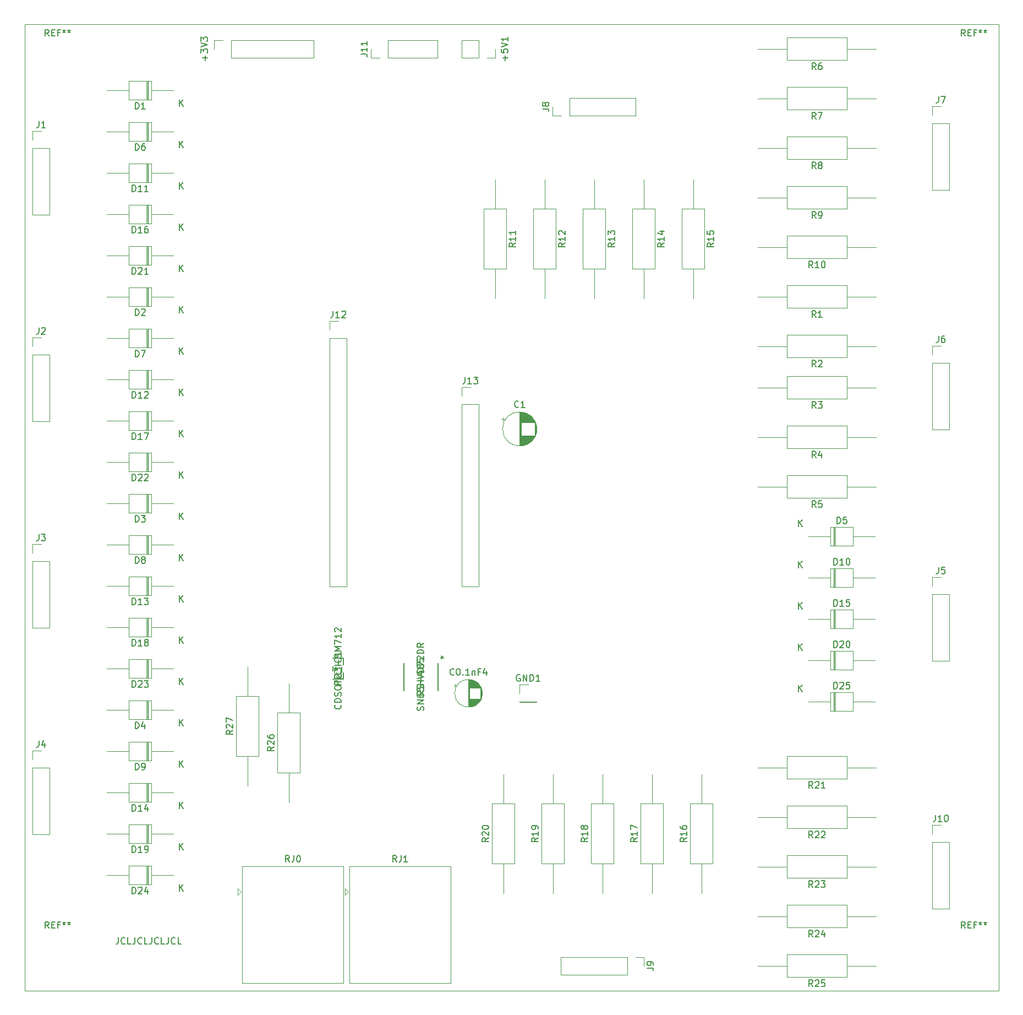
<source format=gbr>
G04 #@! TF.GenerationSoftware,KiCad,Pcbnew,(5.1.5)-3*
G04 #@! TF.CreationDate,2020-02-24T17:19:14-05:00*
G04 #@! TF.ProjectId,input board,696e7075-7420-4626-9f61-72642e6b6963,rev?*
G04 #@! TF.SameCoordinates,Original*
G04 #@! TF.FileFunction,Legend,Top*
G04 #@! TF.FilePolarity,Positive*
%FSLAX46Y46*%
G04 Gerber Fmt 4.6, Leading zero omitted, Abs format (unit mm)*
G04 Created by KiCad (PCBNEW (5.1.5)-3) date 2020-02-24 17:19:14*
%MOMM*%
%LPD*%
G04 APERTURE LIST*
%ADD10C,0.050000*%
%ADD11C,0.150000*%
%ADD12C,0.120000*%
%ADD13C,0.152400*%
G04 APERTURE END LIST*
D10*
X57150000Y-17780000D02*
X207010000Y-17780000D01*
X57150000Y-166370000D02*
X57150000Y-17780000D01*
X207010000Y-166370000D02*
X57150000Y-166370000D01*
X207010000Y-17780000D02*
X207010000Y-166370000D01*
D11*
X71580952Y-158202380D02*
X71580952Y-158916666D01*
X71533333Y-159059523D01*
X71438095Y-159154761D01*
X71295238Y-159202380D01*
X71200000Y-159202380D01*
X72628571Y-159107142D02*
X72580952Y-159154761D01*
X72438095Y-159202380D01*
X72342857Y-159202380D01*
X72200000Y-159154761D01*
X72104761Y-159059523D01*
X72057142Y-158964285D01*
X72009523Y-158773809D01*
X72009523Y-158630952D01*
X72057142Y-158440476D01*
X72104761Y-158345238D01*
X72200000Y-158250000D01*
X72342857Y-158202380D01*
X72438095Y-158202380D01*
X72580952Y-158250000D01*
X72628571Y-158297619D01*
X73533333Y-159202380D02*
X73057142Y-159202380D01*
X73057142Y-158202380D01*
X74152380Y-158202380D02*
X74152380Y-158916666D01*
X74104761Y-159059523D01*
X74009523Y-159154761D01*
X73866666Y-159202380D01*
X73771428Y-159202380D01*
X75200000Y-159107142D02*
X75152380Y-159154761D01*
X75009523Y-159202380D01*
X74914285Y-159202380D01*
X74771428Y-159154761D01*
X74676190Y-159059523D01*
X74628571Y-158964285D01*
X74580952Y-158773809D01*
X74580952Y-158630952D01*
X74628571Y-158440476D01*
X74676190Y-158345238D01*
X74771428Y-158250000D01*
X74914285Y-158202380D01*
X75009523Y-158202380D01*
X75152380Y-158250000D01*
X75200000Y-158297619D01*
X76104761Y-159202380D02*
X75628571Y-159202380D01*
X75628571Y-158202380D01*
X76723809Y-158202380D02*
X76723809Y-158916666D01*
X76676190Y-159059523D01*
X76580952Y-159154761D01*
X76438095Y-159202380D01*
X76342857Y-159202380D01*
X77771428Y-159107142D02*
X77723809Y-159154761D01*
X77580952Y-159202380D01*
X77485714Y-159202380D01*
X77342857Y-159154761D01*
X77247619Y-159059523D01*
X77200000Y-158964285D01*
X77152380Y-158773809D01*
X77152380Y-158630952D01*
X77200000Y-158440476D01*
X77247619Y-158345238D01*
X77342857Y-158250000D01*
X77485714Y-158202380D01*
X77580952Y-158202380D01*
X77723809Y-158250000D01*
X77771428Y-158297619D01*
X78676190Y-159202380D02*
X78200000Y-159202380D01*
X78200000Y-158202380D01*
X79295238Y-158202380D02*
X79295238Y-158916666D01*
X79247619Y-159059523D01*
X79152380Y-159154761D01*
X79009523Y-159202380D01*
X78914285Y-159202380D01*
X80342857Y-159107142D02*
X80295238Y-159154761D01*
X80152380Y-159202380D01*
X80057142Y-159202380D01*
X79914285Y-159154761D01*
X79819047Y-159059523D01*
X79771428Y-158964285D01*
X79723809Y-158773809D01*
X79723809Y-158630952D01*
X79771428Y-158440476D01*
X79819047Y-158345238D01*
X79914285Y-158250000D01*
X80057142Y-158202380D01*
X80152380Y-158202380D01*
X80295238Y-158250000D01*
X80342857Y-158297619D01*
X81247619Y-159202380D02*
X80771428Y-159202380D01*
X80771428Y-158202380D01*
D12*
X129600000Y-21590000D02*
X129600000Y-22920000D01*
X129600000Y-22920000D02*
X128270000Y-22920000D01*
X127000000Y-22920000D02*
X124400000Y-22920000D01*
X124400000Y-20260000D02*
X124400000Y-22920000D01*
X127000000Y-20260000D02*
X124400000Y-20260000D01*
X127000000Y-20260000D02*
X127000000Y-22920000D01*
X86300000Y-21590000D02*
X86300000Y-20260000D01*
X86300000Y-20260000D02*
X87630000Y-20260000D01*
X88900000Y-20260000D02*
X101660000Y-20260000D01*
X101660000Y-22920000D02*
X101660000Y-20260000D01*
X88900000Y-22920000D02*
X101660000Y-22920000D01*
X88900000Y-22920000D02*
X88900000Y-20260000D01*
X135950000Y-80010000D02*
G75*
G03X135950000Y-80010000I-2620000J0D01*
G01*
X133330000Y-77430000D02*
X133330000Y-82590000D01*
X133370000Y-77430000D02*
X133370000Y-82590000D01*
X133410000Y-77431000D02*
X133410000Y-82589000D01*
X133450000Y-77432000D02*
X133450000Y-82588000D01*
X133490000Y-77434000D02*
X133490000Y-82586000D01*
X133530000Y-77437000D02*
X133530000Y-82583000D01*
X133570000Y-77441000D02*
X133570000Y-78970000D01*
X133570000Y-81050000D02*
X133570000Y-82579000D01*
X133610000Y-77445000D02*
X133610000Y-78970000D01*
X133610000Y-81050000D02*
X133610000Y-82575000D01*
X133650000Y-77449000D02*
X133650000Y-78970000D01*
X133650000Y-81050000D02*
X133650000Y-82571000D01*
X133690000Y-77454000D02*
X133690000Y-78970000D01*
X133690000Y-81050000D02*
X133690000Y-82566000D01*
X133730000Y-77460000D02*
X133730000Y-78970000D01*
X133730000Y-81050000D02*
X133730000Y-82560000D01*
X133770000Y-77467000D02*
X133770000Y-78970000D01*
X133770000Y-81050000D02*
X133770000Y-82553000D01*
X133810000Y-77474000D02*
X133810000Y-78970000D01*
X133810000Y-81050000D02*
X133810000Y-82546000D01*
X133850000Y-77482000D02*
X133850000Y-78970000D01*
X133850000Y-81050000D02*
X133850000Y-82538000D01*
X133890000Y-77490000D02*
X133890000Y-78970000D01*
X133890000Y-81050000D02*
X133890000Y-82530000D01*
X133930000Y-77499000D02*
X133930000Y-78970000D01*
X133930000Y-81050000D02*
X133930000Y-82521000D01*
X133970000Y-77509000D02*
X133970000Y-78970000D01*
X133970000Y-81050000D02*
X133970000Y-82511000D01*
X134010000Y-77519000D02*
X134010000Y-78970000D01*
X134010000Y-81050000D02*
X134010000Y-82501000D01*
X134051000Y-77530000D02*
X134051000Y-78970000D01*
X134051000Y-81050000D02*
X134051000Y-82490000D01*
X134091000Y-77542000D02*
X134091000Y-78970000D01*
X134091000Y-81050000D02*
X134091000Y-82478000D01*
X134131000Y-77555000D02*
X134131000Y-78970000D01*
X134131000Y-81050000D02*
X134131000Y-82465000D01*
X134171000Y-77568000D02*
X134171000Y-78970000D01*
X134171000Y-81050000D02*
X134171000Y-82452000D01*
X134211000Y-77582000D02*
X134211000Y-78970000D01*
X134211000Y-81050000D02*
X134211000Y-82438000D01*
X134251000Y-77596000D02*
X134251000Y-78970000D01*
X134251000Y-81050000D02*
X134251000Y-82424000D01*
X134291000Y-77612000D02*
X134291000Y-78970000D01*
X134291000Y-81050000D02*
X134291000Y-82408000D01*
X134331000Y-77628000D02*
X134331000Y-78970000D01*
X134331000Y-81050000D02*
X134331000Y-82392000D01*
X134371000Y-77645000D02*
X134371000Y-78970000D01*
X134371000Y-81050000D02*
X134371000Y-82375000D01*
X134411000Y-77662000D02*
X134411000Y-78970000D01*
X134411000Y-81050000D02*
X134411000Y-82358000D01*
X134451000Y-77681000D02*
X134451000Y-78970000D01*
X134451000Y-81050000D02*
X134451000Y-82339000D01*
X134491000Y-77700000D02*
X134491000Y-78970000D01*
X134491000Y-81050000D02*
X134491000Y-82320000D01*
X134531000Y-77720000D02*
X134531000Y-78970000D01*
X134531000Y-81050000D02*
X134531000Y-82300000D01*
X134571000Y-77742000D02*
X134571000Y-78970000D01*
X134571000Y-81050000D02*
X134571000Y-82278000D01*
X134611000Y-77763000D02*
X134611000Y-78970000D01*
X134611000Y-81050000D02*
X134611000Y-82257000D01*
X134651000Y-77786000D02*
X134651000Y-78970000D01*
X134651000Y-81050000D02*
X134651000Y-82234000D01*
X134691000Y-77810000D02*
X134691000Y-78970000D01*
X134691000Y-81050000D02*
X134691000Y-82210000D01*
X134731000Y-77835000D02*
X134731000Y-78970000D01*
X134731000Y-81050000D02*
X134731000Y-82185000D01*
X134771000Y-77861000D02*
X134771000Y-78970000D01*
X134771000Y-81050000D02*
X134771000Y-82159000D01*
X134811000Y-77888000D02*
X134811000Y-78970000D01*
X134811000Y-81050000D02*
X134811000Y-82132000D01*
X134851000Y-77915000D02*
X134851000Y-78970000D01*
X134851000Y-81050000D02*
X134851000Y-82105000D01*
X134891000Y-77945000D02*
X134891000Y-78970000D01*
X134891000Y-81050000D02*
X134891000Y-82075000D01*
X134931000Y-77975000D02*
X134931000Y-78970000D01*
X134931000Y-81050000D02*
X134931000Y-82045000D01*
X134971000Y-78006000D02*
X134971000Y-78970000D01*
X134971000Y-81050000D02*
X134971000Y-82014000D01*
X135011000Y-78039000D02*
X135011000Y-78970000D01*
X135011000Y-81050000D02*
X135011000Y-81981000D01*
X135051000Y-78073000D02*
X135051000Y-78970000D01*
X135051000Y-81050000D02*
X135051000Y-81947000D01*
X135091000Y-78109000D02*
X135091000Y-78970000D01*
X135091000Y-81050000D02*
X135091000Y-81911000D01*
X135131000Y-78146000D02*
X135131000Y-78970000D01*
X135131000Y-81050000D02*
X135131000Y-81874000D01*
X135171000Y-78184000D02*
X135171000Y-78970000D01*
X135171000Y-81050000D02*
X135171000Y-81836000D01*
X135211000Y-78225000D02*
X135211000Y-78970000D01*
X135211000Y-81050000D02*
X135211000Y-81795000D01*
X135251000Y-78267000D02*
X135251000Y-78970000D01*
X135251000Y-81050000D02*
X135251000Y-81753000D01*
X135291000Y-78311000D02*
X135291000Y-78970000D01*
X135291000Y-81050000D02*
X135291000Y-81709000D01*
X135331000Y-78357000D02*
X135331000Y-78970000D01*
X135331000Y-81050000D02*
X135331000Y-81663000D01*
X135371000Y-78405000D02*
X135371000Y-78970000D01*
X135371000Y-81050000D02*
X135371000Y-81615000D01*
X135411000Y-78456000D02*
X135411000Y-78970000D01*
X135411000Y-81050000D02*
X135411000Y-81564000D01*
X135451000Y-78510000D02*
X135451000Y-78970000D01*
X135451000Y-81050000D02*
X135451000Y-81510000D01*
X135491000Y-78567000D02*
X135491000Y-78970000D01*
X135491000Y-81050000D02*
X135491000Y-81453000D01*
X135531000Y-78627000D02*
X135531000Y-78970000D01*
X135531000Y-81050000D02*
X135531000Y-81393000D01*
X135571000Y-78691000D02*
X135571000Y-78970000D01*
X135571000Y-81050000D02*
X135571000Y-81329000D01*
X135611000Y-78759000D02*
X135611000Y-78970000D01*
X135611000Y-81050000D02*
X135611000Y-81261000D01*
X135651000Y-78832000D02*
X135651000Y-81188000D01*
X135691000Y-78912000D02*
X135691000Y-81108000D01*
X135731000Y-78999000D02*
X135731000Y-81021000D01*
X135771000Y-79095000D02*
X135771000Y-80925000D01*
X135811000Y-79205000D02*
X135811000Y-80815000D01*
X135851000Y-79333000D02*
X135851000Y-80687000D01*
X135891000Y-79492000D02*
X135891000Y-80528000D01*
X135931000Y-79726000D02*
X135931000Y-80294000D01*
X130525225Y-78535000D02*
X131025225Y-78535000D01*
X130775225Y-78285000D02*
X130775225Y-78785000D01*
X127580000Y-120650000D02*
G75*
G03X127580000Y-120650000I-2120000J0D01*
G01*
X125460000Y-118570000D02*
X125460000Y-122730000D01*
X125500000Y-118570000D02*
X125500000Y-122730000D01*
X125540000Y-118571000D02*
X125540000Y-122729000D01*
X125580000Y-118573000D02*
X125580000Y-122727000D01*
X125620000Y-118576000D02*
X125620000Y-122724000D01*
X125660000Y-118579000D02*
X125660000Y-119810000D01*
X125660000Y-121490000D02*
X125660000Y-122721000D01*
X125700000Y-118583000D02*
X125700000Y-119810000D01*
X125700000Y-121490000D02*
X125700000Y-122717000D01*
X125740000Y-118588000D02*
X125740000Y-119810000D01*
X125740000Y-121490000D02*
X125740000Y-122712000D01*
X125780000Y-118594000D02*
X125780000Y-119810000D01*
X125780000Y-121490000D02*
X125780000Y-122706000D01*
X125820000Y-118600000D02*
X125820000Y-119810000D01*
X125820000Y-121490000D02*
X125820000Y-122700000D01*
X125860000Y-118608000D02*
X125860000Y-119810000D01*
X125860000Y-121490000D02*
X125860000Y-122692000D01*
X125900000Y-118616000D02*
X125900000Y-119810000D01*
X125900000Y-121490000D02*
X125900000Y-122684000D01*
X125940000Y-118625000D02*
X125940000Y-119810000D01*
X125940000Y-121490000D02*
X125940000Y-122675000D01*
X125980000Y-118634000D02*
X125980000Y-119810000D01*
X125980000Y-121490000D02*
X125980000Y-122666000D01*
X126020000Y-118645000D02*
X126020000Y-119810000D01*
X126020000Y-121490000D02*
X126020000Y-122655000D01*
X126060000Y-118656000D02*
X126060000Y-119810000D01*
X126060000Y-121490000D02*
X126060000Y-122644000D01*
X126100000Y-118668000D02*
X126100000Y-119810000D01*
X126100000Y-121490000D02*
X126100000Y-122632000D01*
X126140000Y-118682000D02*
X126140000Y-119810000D01*
X126140000Y-121490000D02*
X126140000Y-122618000D01*
X126181000Y-118696000D02*
X126181000Y-119810000D01*
X126181000Y-121490000D02*
X126181000Y-122604000D01*
X126221000Y-118710000D02*
X126221000Y-119810000D01*
X126221000Y-121490000D02*
X126221000Y-122590000D01*
X126261000Y-118726000D02*
X126261000Y-119810000D01*
X126261000Y-121490000D02*
X126261000Y-122574000D01*
X126301000Y-118743000D02*
X126301000Y-119810000D01*
X126301000Y-121490000D02*
X126301000Y-122557000D01*
X126341000Y-118761000D02*
X126341000Y-119810000D01*
X126341000Y-121490000D02*
X126341000Y-122539000D01*
X126381000Y-118780000D02*
X126381000Y-119810000D01*
X126381000Y-121490000D02*
X126381000Y-122520000D01*
X126421000Y-118799000D02*
X126421000Y-119810000D01*
X126421000Y-121490000D02*
X126421000Y-122501000D01*
X126461000Y-118820000D02*
X126461000Y-119810000D01*
X126461000Y-121490000D02*
X126461000Y-122480000D01*
X126501000Y-118842000D02*
X126501000Y-119810000D01*
X126501000Y-121490000D02*
X126501000Y-122458000D01*
X126541000Y-118865000D02*
X126541000Y-119810000D01*
X126541000Y-121490000D02*
X126541000Y-122435000D01*
X126581000Y-118890000D02*
X126581000Y-119810000D01*
X126581000Y-121490000D02*
X126581000Y-122410000D01*
X126621000Y-118915000D02*
X126621000Y-119810000D01*
X126621000Y-121490000D02*
X126621000Y-122385000D01*
X126661000Y-118942000D02*
X126661000Y-119810000D01*
X126661000Y-121490000D02*
X126661000Y-122358000D01*
X126701000Y-118970000D02*
X126701000Y-119810000D01*
X126701000Y-121490000D02*
X126701000Y-122330000D01*
X126741000Y-119000000D02*
X126741000Y-119810000D01*
X126741000Y-121490000D02*
X126741000Y-122300000D01*
X126781000Y-119031000D02*
X126781000Y-119810000D01*
X126781000Y-121490000D02*
X126781000Y-122269000D01*
X126821000Y-119063000D02*
X126821000Y-119810000D01*
X126821000Y-121490000D02*
X126821000Y-122237000D01*
X126861000Y-119098000D02*
X126861000Y-119810000D01*
X126861000Y-121490000D02*
X126861000Y-122202000D01*
X126901000Y-119134000D02*
X126901000Y-119810000D01*
X126901000Y-121490000D02*
X126901000Y-122166000D01*
X126941000Y-119172000D02*
X126941000Y-119810000D01*
X126941000Y-121490000D02*
X126941000Y-122128000D01*
X126981000Y-119212000D02*
X126981000Y-119810000D01*
X126981000Y-121490000D02*
X126981000Y-122088000D01*
X127021000Y-119254000D02*
X127021000Y-119810000D01*
X127021000Y-121490000D02*
X127021000Y-122046000D01*
X127061000Y-119299000D02*
X127061000Y-119810000D01*
X127061000Y-121490000D02*
X127061000Y-122001000D01*
X127101000Y-119346000D02*
X127101000Y-119810000D01*
X127101000Y-121490000D02*
X127101000Y-121954000D01*
X127141000Y-119396000D02*
X127141000Y-119810000D01*
X127141000Y-121490000D02*
X127141000Y-121904000D01*
X127181000Y-119450000D02*
X127181000Y-119810000D01*
X127181000Y-121490000D02*
X127181000Y-121850000D01*
X127221000Y-119508000D02*
X127221000Y-119810000D01*
X127221000Y-121490000D02*
X127221000Y-121792000D01*
X127261000Y-119570000D02*
X127261000Y-119810000D01*
X127261000Y-121490000D02*
X127261000Y-121730000D01*
X127301000Y-119637000D02*
X127301000Y-121663000D01*
X127341000Y-119710000D02*
X127341000Y-121590000D01*
X127381000Y-119791000D02*
X127381000Y-121509000D01*
X127421000Y-119882000D02*
X127421000Y-121418000D01*
X127461000Y-119986000D02*
X127461000Y-121314000D01*
X127501000Y-120113000D02*
X127501000Y-121187000D01*
X127541000Y-120280000D02*
X127541000Y-121020000D01*
X123190199Y-119455000D02*
X123590199Y-119455000D01*
X123390199Y-119255000D02*
X123390199Y-119655000D01*
X76170000Y-29360000D02*
X76170000Y-26520000D01*
X75930000Y-29360000D02*
X75930000Y-26520000D01*
X76050000Y-29360000D02*
X76050000Y-26520000D01*
X69820000Y-27940000D02*
X73210000Y-27940000D01*
X80040000Y-27940000D02*
X76650000Y-27940000D01*
X73210000Y-29360000D02*
X76650000Y-29360000D01*
X73210000Y-26520000D02*
X73210000Y-29360000D01*
X76650000Y-26520000D02*
X73210000Y-26520000D01*
X76650000Y-29360000D02*
X76650000Y-26520000D01*
X76650000Y-61110000D02*
X76650000Y-58270000D01*
X76650000Y-58270000D02*
X73210000Y-58270000D01*
X73210000Y-58270000D02*
X73210000Y-61110000D01*
X73210000Y-61110000D02*
X76650000Y-61110000D01*
X80040000Y-59690000D02*
X76650000Y-59690000D01*
X69820000Y-59690000D02*
X73210000Y-59690000D01*
X76050000Y-61110000D02*
X76050000Y-58270000D01*
X75930000Y-61110000D02*
X75930000Y-58270000D01*
X76170000Y-61110000D02*
X76170000Y-58270000D01*
X76170000Y-92860000D02*
X76170000Y-90020000D01*
X75930000Y-92860000D02*
X75930000Y-90020000D01*
X76050000Y-92860000D02*
X76050000Y-90020000D01*
X69820000Y-91440000D02*
X73210000Y-91440000D01*
X80040000Y-91440000D02*
X76650000Y-91440000D01*
X73210000Y-92860000D02*
X76650000Y-92860000D01*
X73210000Y-90020000D02*
X73210000Y-92860000D01*
X76650000Y-90020000D02*
X73210000Y-90020000D01*
X76650000Y-92860000D02*
X76650000Y-90020000D01*
X76170000Y-124610000D02*
X76170000Y-121770000D01*
X75930000Y-124610000D02*
X75930000Y-121770000D01*
X76050000Y-124610000D02*
X76050000Y-121770000D01*
X69820000Y-123190000D02*
X73210000Y-123190000D01*
X80040000Y-123190000D02*
X76650000Y-123190000D01*
X73210000Y-124610000D02*
X76650000Y-124610000D01*
X73210000Y-121770000D02*
X73210000Y-124610000D01*
X76650000Y-121770000D02*
X73210000Y-121770000D01*
X76650000Y-124610000D02*
X76650000Y-121770000D01*
X181640000Y-95100000D02*
X181640000Y-97940000D01*
X181880000Y-95100000D02*
X181880000Y-97940000D01*
X181760000Y-95100000D02*
X181760000Y-97940000D01*
X187990000Y-96520000D02*
X184600000Y-96520000D01*
X177770000Y-96520000D02*
X181160000Y-96520000D01*
X184600000Y-95100000D02*
X181160000Y-95100000D01*
X184600000Y-97940000D02*
X184600000Y-95100000D01*
X181160000Y-97940000D02*
X184600000Y-97940000D01*
X181160000Y-95100000D02*
X181160000Y-97940000D01*
X76650000Y-35710000D02*
X76650000Y-32870000D01*
X76650000Y-32870000D02*
X73210000Y-32870000D01*
X73210000Y-32870000D02*
X73210000Y-35710000D01*
X73210000Y-35710000D02*
X76650000Y-35710000D01*
X80040000Y-34290000D02*
X76650000Y-34290000D01*
X69820000Y-34290000D02*
X73210000Y-34290000D01*
X76050000Y-35710000D02*
X76050000Y-32870000D01*
X75930000Y-35710000D02*
X75930000Y-32870000D01*
X76170000Y-35710000D02*
X76170000Y-32870000D01*
X76650000Y-67460000D02*
X76650000Y-64620000D01*
X76650000Y-64620000D02*
X73210000Y-64620000D01*
X73210000Y-64620000D02*
X73210000Y-67460000D01*
X73210000Y-67460000D02*
X76650000Y-67460000D01*
X80040000Y-66040000D02*
X76650000Y-66040000D01*
X69820000Y-66040000D02*
X73210000Y-66040000D01*
X76050000Y-67460000D02*
X76050000Y-64620000D01*
X75930000Y-67460000D02*
X75930000Y-64620000D01*
X76170000Y-67460000D02*
X76170000Y-64620000D01*
X76650000Y-99210000D02*
X76650000Y-96370000D01*
X76650000Y-96370000D02*
X73210000Y-96370000D01*
X73210000Y-96370000D02*
X73210000Y-99210000D01*
X73210000Y-99210000D02*
X76650000Y-99210000D01*
X80040000Y-97790000D02*
X76650000Y-97790000D01*
X69820000Y-97790000D02*
X73210000Y-97790000D01*
X76050000Y-99210000D02*
X76050000Y-96370000D01*
X75930000Y-99210000D02*
X75930000Y-96370000D01*
X76170000Y-99210000D02*
X76170000Y-96370000D01*
X76650000Y-130960000D02*
X76650000Y-128120000D01*
X76650000Y-128120000D02*
X73210000Y-128120000D01*
X73210000Y-128120000D02*
X73210000Y-130960000D01*
X73210000Y-130960000D02*
X76650000Y-130960000D01*
X80040000Y-129540000D02*
X76650000Y-129540000D01*
X69820000Y-129540000D02*
X73210000Y-129540000D01*
X76050000Y-130960000D02*
X76050000Y-128120000D01*
X75930000Y-130960000D02*
X75930000Y-128120000D01*
X76170000Y-130960000D02*
X76170000Y-128120000D01*
X181640000Y-101450000D02*
X181640000Y-104290000D01*
X181880000Y-101450000D02*
X181880000Y-104290000D01*
X181760000Y-101450000D02*
X181760000Y-104290000D01*
X187990000Y-102870000D02*
X184600000Y-102870000D01*
X177770000Y-102870000D02*
X181160000Y-102870000D01*
X184600000Y-101450000D02*
X181160000Y-101450000D01*
X184600000Y-104290000D02*
X184600000Y-101450000D01*
X181160000Y-104290000D02*
X184600000Y-104290000D01*
X181160000Y-101450000D02*
X181160000Y-104290000D01*
X76650000Y-42060000D02*
X76650000Y-39220000D01*
X76650000Y-39220000D02*
X73210000Y-39220000D01*
X73210000Y-39220000D02*
X73210000Y-42060000D01*
X73210000Y-42060000D02*
X76650000Y-42060000D01*
X80040000Y-40640000D02*
X76650000Y-40640000D01*
X69820000Y-40640000D02*
X73210000Y-40640000D01*
X76050000Y-42060000D02*
X76050000Y-39220000D01*
X75930000Y-42060000D02*
X75930000Y-39220000D01*
X76170000Y-42060000D02*
X76170000Y-39220000D01*
X76650000Y-73810000D02*
X76650000Y-70970000D01*
X76650000Y-70970000D02*
X73210000Y-70970000D01*
X73210000Y-70970000D02*
X73210000Y-73810000D01*
X73210000Y-73810000D02*
X76650000Y-73810000D01*
X80040000Y-72390000D02*
X76650000Y-72390000D01*
X69820000Y-72390000D02*
X73210000Y-72390000D01*
X76050000Y-73810000D02*
X76050000Y-70970000D01*
X75930000Y-73810000D02*
X75930000Y-70970000D01*
X76170000Y-73810000D02*
X76170000Y-70970000D01*
X76650000Y-105560000D02*
X76650000Y-102720000D01*
X76650000Y-102720000D02*
X73210000Y-102720000D01*
X73210000Y-102720000D02*
X73210000Y-105560000D01*
X73210000Y-105560000D02*
X76650000Y-105560000D01*
X80040000Y-104140000D02*
X76650000Y-104140000D01*
X69820000Y-104140000D02*
X73210000Y-104140000D01*
X76050000Y-105560000D02*
X76050000Y-102720000D01*
X75930000Y-105560000D02*
X75930000Y-102720000D01*
X76170000Y-105560000D02*
X76170000Y-102720000D01*
X76650000Y-137310000D02*
X76650000Y-134470000D01*
X76650000Y-134470000D02*
X73210000Y-134470000D01*
X73210000Y-134470000D02*
X73210000Y-137310000D01*
X73210000Y-137310000D02*
X76650000Y-137310000D01*
X80040000Y-135890000D02*
X76650000Y-135890000D01*
X69820000Y-135890000D02*
X73210000Y-135890000D01*
X76050000Y-137310000D02*
X76050000Y-134470000D01*
X75930000Y-137310000D02*
X75930000Y-134470000D01*
X76170000Y-137310000D02*
X76170000Y-134470000D01*
X181160000Y-107800000D02*
X181160000Y-110640000D01*
X181160000Y-110640000D02*
X184600000Y-110640000D01*
X184600000Y-110640000D02*
X184600000Y-107800000D01*
X184600000Y-107800000D02*
X181160000Y-107800000D01*
X177770000Y-109220000D02*
X181160000Y-109220000D01*
X187990000Y-109220000D02*
X184600000Y-109220000D01*
X181760000Y-107800000D02*
X181760000Y-110640000D01*
X181880000Y-107800000D02*
X181880000Y-110640000D01*
X181640000Y-107800000D02*
X181640000Y-110640000D01*
X76170000Y-48410000D02*
X76170000Y-45570000D01*
X75930000Y-48410000D02*
X75930000Y-45570000D01*
X76050000Y-48410000D02*
X76050000Y-45570000D01*
X69820000Y-46990000D02*
X73210000Y-46990000D01*
X80040000Y-46990000D02*
X76650000Y-46990000D01*
X73210000Y-48410000D02*
X76650000Y-48410000D01*
X73210000Y-45570000D02*
X73210000Y-48410000D01*
X76650000Y-45570000D02*
X73210000Y-45570000D01*
X76650000Y-48410000D02*
X76650000Y-45570000D01*
X76170000Y-80160000D02*
X76170000Y-77320000D01*
X75930000Y-80160000D02*
X75930000Y-77320000D01*
X76050000Y-80160000D02*
X76050000Y-77320000D01*
X69820000Y-78740000D02*
X73210000Y-78740000D01*
X80040000Y-78740000D02*
X76650000Y-78740000D01*
X73210000Y-80160000D02*
X76650000Y-80160000D01*
X73210000Y-77320000D02*
X73210000Y-80160000D01*
X76650000Y-77320000D02*
X73210000Y-77320000D01*
X76650000Y-80160000D02*
X76650000Y-77320000D01*
X76170000Y-111910000D02*
X76170000Y-109070000D01*
X75930000Y-111910000D02*
X75930000Y-109070000D01*
X76050000Y-111910000D02*
X76050000Y-109070000D01*
X69820000Y-110490000D02*
X73210000Y-110490000D01*
X80040000Y-110490000D02*
X76650000Y-110490000D01*
X73210000Y-111910000D02*
X76650000Y-111910000D01*
X73210000Y-109070000D02*
X73210000Y-111910000D01*
X76650000Y-109070000D02*
X73210000Y-109070000D01*
X76650000Y-111910000D02*
X76650000Y-109070000D01*
X76170000Y-143660000D02*
X76170000Y-140820000D01*
X75930000Y-143660000D02*
X75930000Y-140820000D01*
X76050000Y-143660000D02*
X76050000Y-140820000D01*
X69820000Y-142240000D02*
X73210000Y-142240000D01*
X80040000Y-142240000D02*
X76650000Y-142240000D01*
X73210000Y-143660000D02*
X76650000Y-143660000D01*
X73210000Y-140820000D02*
X73210000Y-143660000D01*
X76650000Y-140820000D02*
X73210000Y-140820000D01*
X76650000Y-143660000D02*
X76650000Y-140820000D01*
X181640000Y-114150000D02*
X181640000Y-116990000D01*
X181880000Y-114150000D02*
X181880000Y-116990000D01*
X181760000Y-114150000D02*
X181760000Y-116990000D01*
X187990000Y-115570000D02*
X184600000Y-115570000D01*
X177770000Y-115570000D02*
X181160000Y-115570000D01*
X184600000Y-114150000D02*
X181160000Y-114150000D01*
X184600000Y-116990000D02*
X184600000Y-114150000D01*
X181160000Y-116990000D02*
X184600000Y-116990000D01*
X181160000Y-114150000D02*
X181160000Y-116990000D01*
X76650000Y-54760000D02*
X76650000Y-51920000D01*
X76650000Y-51920000D02*
X73210000Y-51920000D01*
X73210000Y-51920000D02*
X73210000Y-54760000D01*
X73210000Y-54760000D02*
X76650000Y-54760000D01*
X80040000Y-53340000D02*
X76650000Y-53340000D01*
X69820000Y-53340000D02*
X73210000Y-53340000D01*
X76050000Y-54760000D02*
X76050000Y-51920000D01*
X75930000Y-54760000D02*
X75930000Y-51920000D01*
X76170000Y-54760000D02*
X76170000Y-51920000D01*
X76170000Y-86510000D02*
X76170000Y-83670000D01*
X75930000Y-86510000D02*
X75930000Y-83670000D01*
X76050000Y-86510000D02*
X76050000Y-83670000D01*
X69820000Y-85090000D02*
X73210000Y-85090000D01*
X80040000Y-85090000D02*
X76650000Y-85090000D01*
X73210000Y-86510000D02*
X76650000Y-86510000D01*
X73210000Y-83670000D02*
X73210000Y-86510000D01*
X76650000Y-83670000D02*
X73210000Y-83670000D01*
X76650000Y-86510000D02*
X76650000Y-83670000D01*
X76650000Y-118260000D02*
X76650000Y-115420000D01*
X76650000Y-115420000D02*
X73210000Y-115420000D01*
X73210000Y-115420000D02*
X73210000Y-118260000D01*
X73210000Y-118260000D02*
X76650000Y-118260000D01*
X80040000Y-116840000D02*
X76650000Y-116840000D01*
X69820000Y-116840000D02*
X73210000Y-116840000D01*
X76050000Y-118260000D02*
X76050000Y-115420000D01*
X75930000Y-118260000D02*
X75930000Y-115420000D01*
X76170000Y-118260000D02*
X76170000Y-115420000D01*
X76170000Y-150010000D02*
X76170000Y-147170000D01*
X75930000Y-150010000D02*
X75930000Y-147170000D01*
X76050000Y-150010000D02*
X76050000Y-147170000D01*
X69820000Y-148590000D02*
X73210000Y-148590000D01*
X80040000Y-148590000D02*
X76650000Y-148590000D01*
X73210000Y-150010000D02*
X76650000Y-150010000D01*
X73210000Y-147170000D02*
X73210000Y-150010000D01*
X76650000Y-147170000D02*
X73210000Y-147170000D01*
X76650000Y-150010000D02*
X76650000Y-147170000D01*
X181160000Y-120500000D02*
X181160000Y-123340000D01*
X181160000Y-123340000D02*
X184600000Y-123340000D01*
X184600000Y-123340000D02*
X184600000Y-120500000D01*
X184600000Y-120500000D02*
X181160000Y-120500000D01*
X177770000Y-121920000D02*
X181160000Y-121920000D01*
X187990000Y-121920000D02*
X184600000Y-121920000D01*
X181760000Y-120500000D02*
X181760000Y-123340000D01*
X181880000Y-120500000D02*
X181880000Y-123340000D01*
X181640000Y-120500000D02*
X181640000Y-123340000D01*
X133290000Y-121980000D02*
X135950000Y-121980000D01*
X133290000Y-121920000D02*
X133290000Y-121980000D01*
X135950000Y-121920000D02*
X135950000Y-121980000D01*
X133290000Y-121920000D02*
X135950000Y-121920000D01*
X133290000Y-120650000D02*
X133290000Y-119320000D01*
X133290000Y-119320000D02*
X134620000Y-119320000D01*
X58360000Y-34230000D02*
X59690000Y-34230000D01*
X58360000Y-35560000D02*
X58360000Y-34230000D01*
X58360000Y-36830000D02*
X61020000Y-36830000D01*
X61020000Y-36830000D02*
X61020000Y-47050000D01*
X58360000Y-36830000D02*
X58360000Y-47050000D01*
X58360000Y-47050000D02*
X61020000Y-47050000D01*
X58360000Y-78800000D02*
X61020000Y-78800000D01*
X58360000Y-68580000D02*
X58360000Y-78800000D01*
X61020000Y-68580000D02*
X61020000Y-78800000D01*
X58360000Y-68580000D02*
X61020000Y-68580000D01*
X58360000Y-67310000D02*
X58360000Y-65980000D01*
X58360000Y-65980000D02*
X59690000Y-65980000D01*
X58360000Y-97730000D02*
X59690000Y-97730000D01*
X58360000Y-99060000D02*
X58360000Y-97730000D01*
X58360000Y-100330000D02*
X61020000Y-100330000D01*
X61020000Y-100330000D02*
X61020000Y-110550000D01*
X58360000Y-100330000D02*
X58360000Y-110550000D01*
X58360000Y-110550000D02*
X61020000Y-110550000D01*
X58360000Y-142300000D02*
X61020000Y-142300000D01*
X58360000Y-132080000D02*
X58360000Y-142300000D01*
X61020000Y-132080000D02*
X61020000Y-142300000D01*
X58360000Y-132080000D02*
X61020000Y-132080000D01*
X58360000Y-130810000D02*
X58360000Y-129480000D01*
X58360000Y-129480000D02*
X59690000Y-129480000D01*
X196790000Y-115630000D02*
X199450000Y-115630000D01*
X196790000Y-105410000D02*
X196790000Y-115630000D01*
X199450000Y-105410000D02*
X199450000Y-115630000D01*
X196790000Y-105410000D02*
X199450000Y-105410000D01*
X196790000Y-104140000D02*
X196790000Y-102810000D01*
X196790000Y-102810000D02*
X198120000Y-102810000D01*
X196790000Y-67250000D02*
X198120000Y-67250000D01*
X196790000Y-68580000D02*
X196790000Y-67250000D01*
X196790000Y-69850000D02*
X199450000Y-69850000D01*
X199450000Y-69850000D02*
X199450000Y-80070000D01*
X196790000Y-69850000D02*
X196790000Y-80070000D01*
X196790000Y-80070000D02*
X199450000Y-80070000D01*
X196790000Y-43240000D02*
X199450000Y-43240000D01*
X196790000Y-33020000D02*
X196790000Y-43240000D01*
X199450000Y-33020000D02*
X199450000Y-43240000D01*
X196790000Y-33020000D02*
X199450000Y-33020000D01*
X196790000Y-31750000D02*
X196790000Y-30420000D01*
X196790000Y-30420000D02*
X198120000Y-30420000D01*
X138370000Y-31810000D02*
X138370000Y-30480000D01*
X139700000Y-31810000D02*
X138370000Y-31810000D01*
X140970000Y-31810000D02*
X140970000Y-29150000D01*
X140970000Y-29150000D02*
X151190000Y-29150000D01*
X140970000Y-31810000D02*
X151190000Y-31810000D01*
X151190000Y-31810000D02*
X151190000Y-29150000D01*
X139640000Y-161230000D02*
X139640000Y-163890000D01*
X149860000Y-161230000D02*
X139640000Y-161230000D01*
X149860000Y-163890000D02*
X139640000Y-163890000D01*
X149860000Y-161230000D02*
X149860000Y-163890000D01*
X151130000Y-161230000D02*
X152460000Y-161230000D01*
X152460000Y-161230000D02*
X152460000Y-162560000D01*
X196790000Y-140910000D02*
X198120000Y-140910000D01*
X196790000Y-142240000D02*
X196790000Y-140910000D01*
X196790000Y-143510000D02*
X199450000Y-143510000D01*
X199450000Y-143510000D02*
X199450000Y-153730000D01*
X196790000Y-143510000D02*
X196790000Y-153730000D01*
X196790000Y-153730000D02*
X199450000Y-153730000D01*
X120710000Y-22920000D02*
X120710000Y-20260000D01*
X113030000Y-22920000D02*
X120710000Y-22920000D01*
X113030000Y-20260000D02*
X120710000Y-20260000D01*
X113030000Y-22920000D02*
X113030000Y-20260000D01*
X111760000Y-22920000D02*
X110430000Y-22920000D01*
X110430000Y-22920000D02*
X110430000Y-21590000D01*
X104080000Y-104200000D02*
X106740000Y-104200000D01*
X104080000Y-66040000D02*
X104080000Y-104200000D01*
X106740000Y-66040000D02*
X106740000Y-104200000D01*
X104080000Y-66040000D02*
X106740000Y-66040000D01*
X104080000Y-64770000D02*
X104080000Y-63440000D01*
X104080000Y-63440000D02*
X105410000Y-63440000D01*
X124400000Y-104200000D02*
X127060000Y-104200000D01*
X124400000Y-76200000D02*
X124400000Y-104200000D01*
X127060000Y-76200000D02*
X127060000Y-104200000D01*
X124400000Y-76200000D02*
X127060000Y-76200000D01*
X124400000Y-74930000D02*
X124400000Y-73600000D01*
X124400000Y-73600000D02*
X125730000Y-73600000D01*
D13*
X104584500Y-116502139D02*
X104584500Y-117177861D01*
X104584500Y-118465600D02*
X106235500Y-118465600D01*
X106235500Y-118465600D02*
X106235500Y-117452140D01*
X106235500Y-115214400D02*
X104584500Y-115214400D01*
X106235500Y-116227860D02*
X106235500Y-115214400D01*
D12*
X183690000Y-61410000D02*
X183690000Y-57970000D01*
X183690000Y-57970000D02*
X174450000Y-57970000D01*
X174450000Y-57970000D02*
X174450000Y-61410000D01*
X174450000Y-61410000D02*
X183690000Y-61410000D01*
X188190000Y-59690000D02*
X183690000Y-59690000D01*
X169950000Y-59690000D02*
X174450000Y-59690000D01*
X169950000Y-67310000D02*
X174450000Y-67310000D01*
X188190000Y-67310000D02*
X183690000Y-67310000D01*
X174450000Y-69030000D02*
X183690000Y-69030000D01*
X174450000Y-65590000D02*
X174450000Y-69030000D01*
X183690000Y-65590000D02*
X174450000Y-65590000D01*
X183690000Y-69030000D02*
X183690000Y-65590000D01*
X183690000Y-75380000D02*
X183690000Y-71940000D01*
X183690000Y-71940000D02*
X174450000Y-71940000D01*
X174450000Y-71940000D02*
X174450000Y-75380000D01*
X174450000Y-75380000D02*
X183690000Y-75380000D01*
X188190000Y-73660000D02*
X183690000Y-73660000D01*
X169950000Y-73660000D02*
X174450000Y-73660000D01*
X169950000Y-81280000D02*
X174450000Y-81280000D01*
X188190000Y-81280000D02*
X183690000Y-81280000D01*
X174450000Y-83000000D02*
X183690000Y-83000000D01*
X174450000Y-79560000D02*
X174450000Y-83000000D01*
X183690000Y-79560000D02*
X174450000Y-79560000D01*
X183690000Y-83000000D02*
X183690000Y-79560000D01*
X183690000Y-90620000D02*
X183690000Y-87180000D01*
X183690000Y-87180000D02*
X174450000Y-87180000D01*
X174450000Y-87180000D02*
X174450000Y-90620000D01*
X174450000Y-90620000D02*
X183690000Y-90620000D01*
X188190000Y-88900000D02*
X183690000Y-88900000D01*
X169950000Y-88900000D02*
X174450000Y-88900000D01*
X169950000Y-21590000D02*
X174450000Y-21590000D01*
X188190000Y-21590000D02*
X183690000Y-21590000D01*
X174450000Y-23310000D02*
X183690000Y-23310000D01*
X174450000Y-19870000D02*
X174450000Y-23310000D01*
X183690000Y-19870000D02*
X174450000Y-19870000D01*
X183690000Y-23310000D02*
X183690000Y-19870000D01*
X183690000Y-30930000D02*
X183690000Y-27490000D01*
X183690000Y-27490000D02*
X174450000Y-27490000D01*
X174450000Y-27490000D02*
X174450000Y-30930000D01*
X174450000Y-30930000D02*
X183690000Y-30930000D01*
X188190000Y-29210000D02*
X183690000Y-29210000D01*
X169950000Y-29210000D02*
X174450000Y-29210000D01*
X169950000Y-36830000D02*
X174450000Y-36830000D01*
X188190000Y-36830000D02*
X183690000Y-36830000D01*
X174450000Y-38550000D02*
X183690000Y-38550000D01*
X174450000Y-35110000D02*
X174450000Y-38550000D01*
X183690000Y-35110000D02*
X174450000Y-35110000D01*
X183690000Y-38550000D02*
X183690000Y-35110000D01*
X183690000Y-46170000D02*
X183690000Y-42730000D01*
X183690000Y-42730000D02*
X174450000Y-42730000D01*
X174450000Y-42730000D02*
X174450000Y-46170000D01*
X174450000Y-46170000D02*
X183690000Y-46170000D01*
X188190000Y-44450000D02*
X183690000Y-44450000D01*
X169950000Y-44450000D02*
X174450000Y-44450000D01*
X169950000Y-52070000D02*
X174450000Y-52070000D01*
X188190000Y-52070000D02*
X183690000Y-52070000D01*
X174450000Y-53790000D02*
X183690000Y-53790000D01*
X174450000Y-50350000D02*
X174450000Y-53790000D01*
X183690000Y-50350000D02*
X174450000Y-50350000D01*
X183690000Y-53790000D02*
X183690000Y-50350000D01*
X131260000Y-46180000D02*
X127820000Y-46180000D01*
X127820000Y-46180000D02*
X127820000Y-55420000D01*
X127820000Y-55420000D02*
X131260000Y-55420000D01*
X131260000Y-55420000D02*
X131260000Y-46180000D01*
X129540000Y-41680000D02*
X129540000Y-46180000D01*
X129540000Y-59920000D02*
X129540000Y-55420000D01*
X137160000Y-59920000D02*
X137160000Y-55420000D01*
X137160000Y-41680000D02*
X137160000Y-46180000D01*
X138880000Y-55420000D02*
X138880000Y-46180000D01*
X135440000Y-55420000D02*
X138880000Y-55420000D01*
X135440000Y-46180000D02*
X135440000Y-55420000D01*
X138880000Y-46180000D02*
X135440000Y-46180000D01*
X146500000Y-46180000D02*
X143060000Y-46180000D01*
X143060000Y-46180000D02*
X143060000Y-55420000D01*
X143060000Y-55420000D02*
X146500000Y-55420000D01*
X146500000Y-55420000D02*
X146500000Y-46180000D01*
X144780000Y-41680000D02*
X144780000Y-46180000D01*
X144780000Y-59920000D02*
X144780000Y-55420000D01*
X152400000Y-59920000D02*
X152400000Y-55420000D01*
X152400000Y-41680000D02*
X152400000Y-46180000D01*
X154120000Y-55420000D02*
X154120000Y-46180000D01*
X150680000Y-55420000D02*
X154120000Y-55420000D01*
X150680000Y-46180000D02*
X150680000Y-55420000D01*
X154120000Y-46180000D02*
X150680000Y-46180000D01*
X161740000Y-46180000D02*
X158300000Y-46180000D01*
X158300000Y-46180000D02*
X158300000Y-55420000D01*
X158300000Y-55420000D02*
X161740000Y-55420000D01*
X161740000Y-55420000D02*
X161740000Y-46180000D01*
X160020000Y-41680000D02*
X160020000Y-46180000D01*
X160020000Y-59920000D02*
X160020000Y-55420000D01*
X161290000Y-133120000D02*
X161290000Y-137620000D01*
X161290000Y-151360000D02*
X161290000Y-146860000D01*
X159570000Y-137620000D02*
X159570000Y-146860000D01*
X163010000Y-137620000D02*
X159570000Y-137620000D01*
X163010000Y-146860000D02*
X163010000Y-137620000D01*
X159570000Y-146860000D02*
X163010000Y-146860000D01*
X151950000Y-146860000D02*
X155390000Y-146860000D01*
X155390000Y-146860000D02*
X155390000Y-137620000D01*
X155390000Y-137620000D02*
X151950000Y-137620000D01*
X151950000Y-137620000D02*
X151950000Y-146860000D01*
X153670000Y-151360000D02*
X153670000Y-146860000D01*
X153670000Y-133120000D02*
X153670000Y-137620000D01*
X146050000Y-133120000D02*
X146050000Y-137620000D01*
X146050000Y-151360000D02*
X146050000Y-146860000D01*
X144330000Y-137620000D02*
X144330000Y-146860000D01*
X147770000Y-137620000D02*
X144330000Y-137620000D01*
X147770000Y-146860000D02*
X147770000Y-137620000D01*
X144330000Y-146860000D02*
X147770000Y-146860000D01*
X136710000Y-146860000D02*
X140150000Y-146860000D01*
X140150000Y-146860000D02*
X140150000Y-137620000D01*
X140150000Y-137620000D02*
X136710000Y-137620000D01*
X136710000Y-137620000D02*
X136710000Y-146860000D01*
X138430000Y-151360000D02*
X138430000Y-146860000D01*
X138430000Y-133120000D02*
X138430000Y-137620000D01*
X130810000Y-133120000D02*
X130810000Y-137620000D01*
X130810000Y-151360000D02*
X130810000Y-146860000D01*
X129090000Y-137620000D02*
X129090000Y-146860000D01*
X132530000Y-137620000D02*
X129090000Y-137620000D01*
X132530000Y-146860000D02*
X132530000Y-137620000D01*
X129090000Y-146860000D02*
X132530000Y-146860000D01*
X169950000Y-132080000D02*
X174450000Y-132080000D01*
X188190000Y-132080000D02*
X183690000Y-132080000D01*
X174450000Y-133800000D02*
X183690000Y-133800000D01*
X174450000Y-130360000D02*
X174450000Y-133800000D01*
X183690000Y-130360000D02*
X174450000Y-130360000D01*
X183690000Y-133800000D02*
X183690000Y-130360000D01*
X183690000Y-141420000D02*
X183690000Y-137980000D01*
X183690000Y-137980000D02*
X174450000Y-137980000D01*
X174450000Y-137980000D02*
X174450000Y-141420000D01*
X174450000Y-141420000D02*
X183690000Y-141420000D01*
X188190000Y-139700000D02*
X183690000Y-139700000D01*
X169950000Y-139700000D02*
X174450000Y-139700000D01*
X169950000Y-147320000D02*
X174450000Y-147320000D01*
X188190000Y-147320000D02*
X183690000Y-147320000D01*
X174450000Y-149040000D02*
X183690000Y-149040000D01*
X174450000Y-145600000D02*
X174450000Y-149040000D01*
X183690000Y-145600000D02*
X174450000Y-145600000D01*
X183690000Y-149040000D02*
X183690000Y-145600000D01*
X183690000Y-156660000D02*
X183690000Y-153220000D01*
X183690000Y-153220000D02*
X174450000Y-153220000D01*
X174450000Y-153220000D02*
X174450000Y-156660000D01*
X174450000Y-156660000D02*
X183690000Y-156660000D01*
X188190000Y-154940000D02*
X183690000Y-154940000D01*
X169950000Y-154940000D02*
X174450000Y-154940000D01*
X183690000Y-164280000D02*
X183690000Y-160840000D01*
X183690000Y-160840000D02*
X174450000Y-160840000D01*
X174450000Y-160840000D02*
X174450000Y-164280000D01*
X174450000Y-164280000D02*
X183690000Y-164280000D01*
X188190000Y-162560000D02*
X183690000Y-162560000D01*
X169950000Y-162560000D02*
X174450000Y-162560000D01*
X96070000Y-132890000D02*
X99510000Y-132890000D01*
X99510000Y-132890000D02*
X99510000Y-123650000D01*
X99510000Y-123650000D02*
X96070000Y-123650000D01*
X96070000Y-123650000D02*
X96070000Y-132890000D01*
X97790000Y-137390000D02*
X97790000Y-132890000D01*
X97790000Y-119150000D02*
X97790000Y-123650000D01*
X91440000Y-116610000D02*
X91440000Y-121110000D01*
X91440000Y-134850000D02*
X91440000Y-130350000D01*
X89720000Y-121110000D02*
X89720000Y-130350000D01*
X93160000Y-121110000D02*
X89720000Y-121110000D01*
X93160000Y-130350000D02*
X93160000Y-121110000D01*
X89720000Y-130350000D02*
X93160000Y-130350000D01*
X90665000Y-147250000D02*
X90665000Y-165210000D01*
X106185000Y-147250000D02*
X90665000Y-147250000D01*
X106185000Y-147250000D02*
X106185000Y-165210000D01*
X90665000Y-165210000D02*
X106185000Y-165210000D01*
X90480000Y-151130000D02*
X89980000Y-150630000D01*
X89980000Y-150630000D02*
X89980000Y-151630000D01*
X89980000Y-151630000D02*
X90480000Y-151130000D01*
X106490000Y-151630000D02*
X106990000Y-151130000D01*
X106490000Y-150630000D02*
X106490000Y-151630000D01*
X106990000Y-151130000D02*
X106490000Y-150630000D01*
X107175000Y-165210000D02*
X122695000Y-165210000D01*
X122695000Y-147250000D02*
X122695000Y-165210000D01*
X122695000Y-147250000D02*
X107175000Y-147250000D01*
X107175000Y-147250000D02*
X107175000Y-165210000D01*
D13*
X115481100Y-115989100D02*
X115481100Y-120230900D01*
X120738900Y-120230900D02*
X120738900Y-115989100D01*
D11*
X131111428Y-23351904D02*
X131111428Y-22590000D01*
X131492380Y-22970952D02*
X130730476Y-22970952D01*
X130492380Y-21637619D02*
X130492380Y-22113809D01*
X130968571Y-22161428D01*
X130920952Y-22113809D01*
X130873333Y-22018571D01*
X130873333Y-21780476D01*
X130920952Y-21685238D01*
X130968571Y-21637619D01*
X131063809Y-21590000D01*
X131301904Y-21590000D01*
X131397142Y-21637619D01*
X131444761Y-21685238D01*
X131492380Y-21780476D01*
X131492380Y-22018571D01*
X131444761Y-22113809D01*
X131397142Y-22161428D01*
X130492380Y-21304285D02*
X131492380Y-20970952D01*
X130492380Y-20637619D01*
X131492380Y-19780476D02*
X131492380Y-20351904D01*
X131492380Y-20066190D02*
X130492380Y-20066190D01*
X130635238Y-20161428D01*
X130730476Y-20256666D01*
X130778095Y-20351904D01*
X84931428Y-23351904D02*
X84931428Y-22590000D01*
X85312380Y-22970952D02*
X84550476Y-22970952D01*
X84312380Y-22209047D02*
X84312380Y-21590000D01*
X84693333Y-21923333D01*
X84693333Y-21780476D01*
X84740952Y-21685238D01*
X84788571Y-21637619D01*
X84883809Y-21590000D01*
X85121904Y-21590000D01*
X85217142Y-21637619D01*
X85264761Y-21685238D01*
X85312380Y-21780476D01*
X85312380Y-22066190D01*
X85264761Y-22161428D01*
X85217142Y-22209047D01*
X84312380Y-21304285D02*
X85312380Y-20970952D01*
X84312380Y-20637619D01*
X84312380Y-20399523D02*
X84312380Y-19780476D01*
X84693333Y-20113809D01*
X84693333Y-19970952D01*
X84740952Y-19875714D01*
X84788571Y-19828095D01*
X84883809Y-19780476D01*
X85121904Y-19780476D01*
X85217142Y-19828095D01*
X85264761Y-19875714D01*
X85312380Y-19970952D01*
X85312380Y-20256666D01*
X85264761Y-20351904D01*
X85217142Y-20399523D01*
X201866666Y-19612380D02*
X201533333Y-19136190D01*
X201295238Y-19612380D02*
X201295238Y-18612380D01*
X201676190Y-18612380D01*
X201771428Y-18660000D01*
X201819047Y-18707619D01*
X201866666Y-18802857D01*
X201866666Y-18945714D01*
X201819047Y-19040952D01*
X201771428Y-19088571D01*
X201676190Y-19136190D01*
X201295238Y-19136190D01*
X202295238Y-19088571D02*
X202628571Y-19088571D01*
X202771428Y-19612380D02*
X202295238Y-19612380D01*
X202295238Y-18612380D01*
X202771428Y-18612380D01*
X203533333Y-19088571D02*
X203200000Y-19088571D01*
X203200000Y-19612380D02*
X203200000Y-18612380D01*
X203676190Y-18612380D01*
X204200000Y-18612380D02*
X204200000Y-18850476D01*
X203961904Y-18755238D02*
X204200000Y-18850476D01*
X204438095Y-18755238D01*
X204057142Y-19040952D02*
X204200000Y-18850476D01*
X204342857Y-19040952D01*
X204961904Y-18612380D02*
X204961904Y-18850476D01*
X204723809Y-18755238D02*
X204961904Y-18850476D01*
X205200000Y-18755238D01*
X204819047Y-19040952D02*
X204961904Y-18850476D01*
X205104761Y-19040952D01*
X201866666Y-156772380D02*
X201533333Y-156296190D01*
X201295238Y-156772380D02*
X201295238Y-155772380D01*
X201676190Y-155772380D01*
X201771428Y-155820000D01*
X201819047Y-155867619D01*
X201866666Y-155962857D01*
X201866666Y-156105714D01*
X201819047Y-156200952D01*
X201771428Y-156248571D01*
X201676190Y-156296190D01*
X201295238Y-156296190D01*
X202295238Y-156248571D02*
X202628571Y-156248571D01*
X202771428Y-156772380D02*
X202295238Y-156772380D01*
X202295238Y-155772380D01*
X202771428Y-155772380D01*
X203533333Y-156248571D02*
X203200000Y-156248571D01*
X203200000Y-156772380D02*
X203200000Y-155772380D01*
X203676190Y-155772380D01*
X204200000Y-155772380D02*
X204200000Y-156010476D01*
X203961904Y-155915238D02*
X204200000Y-156010476D01*
X204438095Y-155915238D01*
X204057142Y-156200952D02*
X204200000Y-156010476D01*
X204342857Y-156200952D01*
X204961904Y-155772380D02*
X204961904Y-156010476D01*
X204723809Y-155915238D02*
X204961904Y-156010476D01*
X205200000Y-155915238D01*
X204819047Y-156200952D02*
X204961904Y-156010476D01*
X205104761Y-156200952D01*
X60896666Y-156772380D02*
X60563333Y-156296190D01*
X60325238Y-156772380D02*
X60325238Y-155772380D01*
X60706190Y-155772380D01*
X60801428Y-155820000D01*
X60849047Y-155867619D01*
X60896666Y-155962857D01*
X60896666Y-156105714D01*
X60849047Y-156200952D01*
X60801428Y-156248571D01*
X60706190Y-156296190D01*
X60325238Y-156296190D01*
X61325238Y-156248571D02*
X61658571Y-156248571D01*
X61801428Y-156772380D02*
X61325238Y-156772380D01*
X61325238Y-155772380D01*
X61801428Y-155772380D01*
X62563333Y-156248571D02*
X62230000Y-156248571D01*
X62230000Y-156772380D02*
X62230000Y-155772380D01*
X62706190Y-155772380D01*
X63230000Y-155772380D02*
X63230000Y-156010476D01*
X62991904Y-155915238D02*
X63230000Y-156010476D01*
X63468095Y-155915238D01*
X63087142Y-156200952D02*
X63230000Y-156010476D01*
X63372857Y-156200952D01*
X63991904Y-155772380D02*
X63991904Y-156010476D01*
X63753809Y-155915238D02*
X63991904Y-156010476D01*
X64230000Y-155915238D01*
X63849047Y-156200952D02*
X63991904Y-156010476D01*
X64134761Y-156200952D01*
X60896666Y-19612380D02*
X60563333Y-19136190D01*
X60325238Y-19612380D02*
X60325238Y-18612380D01*
X60706190Y-18612380D01*
X60801428Y-18660000D01*
X60849047Y-18707619D01*
X60896666Y-18802857D01*
X60896666Y-18945714D01*
X60849047Y-19040952D01*
X60801428Y-19088571D01*
X60706190Y-19136190D01*
X60325238Y-19136190D01*
X61325238Y-19088571D02*
X61658571Y-19088571D01*
X61801428Y-19612380D02*
X61325238Y-19612380D01*
X61325238Y-18612380D01*
X61801428Y-18612380D01*
X62563333Y-19088571D02*
X62230000Y-19088571D01*
X62230000Y-19612380D02*
X62230000Y-18612380D01*
X62706190Y-18612380D01*
X63230000Y-18612380D02*
X63230000Y-18850476D01*
X62991904Y-18755238D02*
X63230000Y-18850476D01*
X63468095Y-18755238D01*
X63087142Y-19040952D02*
X63230000Y-18850476D01*
X63372857Y-19040952D01*
X63991904Y-18612380D02*
X63991904Y-18850476D01*
X63753809Y-18755238D02*
X63991904Y-18850476D01*
X64230000Y-18755238D01*
X63849047Y-19040952D02*
X63991904Y-18850476D01*
X64134761Y-19040952D01*
X133163333Y-76617142D02*
X133115714Y-76664761D01*
X132972857Y-76712380D01*
X132877619Y-76712380D01*
X132734761Y-76664761D01*
X132639523Y-76569523D01*
X132591904Y-76474285D01*
X132544285Y-76283809D01*
X132544285Y-76140952D01*
X132591904Y-75950476D01*
X132639523Y-75855238D01*
X132734761Y-75760000D01*
X132877619Y-75712380D01*
X132972857Y-75712380D01*
X133115714Y-75760000D01*
X133163333Y-75807619D01*
X134115714Y-76712380D02*
X133544285Y-76712380D01*
X133830000Y-76712380D02*
X133830000Y-75712380D01*
X133734761Y-75855238D01*
X133639523Y-75950476D01*
X133544285Y-75998095D01*
X123221904Y-117757142D02*
X123174285Y-117804761D01*
X123031428Y-117852380D01*
X122936190Y-117852380D01*
X122793333Y-117804761D01*
X122698095Y-117709523D01*
X122650476Y-117614285D01*
X122602857Y-117423809D01*
X122602857Y-117280952D01*
X122650476Y-117090476D01*
X122698095Y-116995238D01*
X122793333Y-116900000D01*
X122936190Y-116852380D01*
X123031428Y-116852380D01*
X123174285Y-116900000D01*
X123221904Y-116947619D01*
X123840952Y-116852380D02*
X123936190Y-116852380D01*
X124031428Y-116900000D01*
X124079047Y-116947619D01*
X124126666Y-117042857D01*
X124174285Y-117233333D01*
X124174285Y-117471428D01*
X124126666Y-117661904D01*
X124079047Y-117757142D01*
X124031428Y-117804761D01*
X123936190Y-117852380D01*
X123840952Y-117852380D01*
X123745714Y-117804761D01*
X123698095Y-117757142D01*
X123650476Y-117661904D01*
X123602857Y-117471428D01*
X123602857Y-117233333D01*
X123650476Y-117042857D01*
X123698095Y-116947619D01*
X123745714Y-116900000D01*
X123840952Y-116852380D01*
X124602857Y-117757142D02*
X124650476Y-117804761D01*
X124602857Y-117852380D01*
X124555238Y-117804761D01*
X124602857Y-117757142D01*
X124602857Y-117852380D01*
X125602857Y-117852380D02*
X125031428Y-117852380D01*
X125317142Y-117852380D02*
X125317142Y-116852380D01*
X125221904Y-116995238D01*
X125126666Y-117090476D01*
X125031428Y-117138095D01*
X126031428Y-117185714D02*
X126031428Y-117852380D01*
X126031428Y-117280952D02*
X126079047Y-117233333D01*
X126174285Y-117185714D01*
X126317142Y-117185714D01*
X126412380Y-117233333D01*
X126460000Y-117328571D01*
X126460000Y-117852380D01*
X127269523Y-117328571D02*
X126936190Y-117328571D01*
X126936190Y-117852380D02*
X126936190Y-116852380D01*
X127412380Y-116852380D01*
X128221904Y-117185714D02*
X128221904Y-117852380D01*
X127983809Y-116804761D02*
X127745714Y-117519047D01*
X128364761Y-117519047D01*
X74191904Y-30812380D02*
X74191904Y-29812380D01*
X74430000Y-29812380D01*
X74572857Y-29860000D01*
X74668095Y-29955238D01*
X74715714Y-30050476D01*
X74763333Y-30240952D01*
X74763333Y-30383809D01*
X74715714Y-30574285D01*
X74668095Y-30669523D01*
X74572857Y-30764761D01*
X74430000Y-30812380D01*
X74191904Y-30812380D01*
X75715714Y-30812380D02*
X75144285Y-30812380D01*
X75430000Y-30812380D02*
X75430000Y-29812380D01*
X75334761Y-29955238D01*
X75239523Y-30050476D01*
X75144285Y-30098095D01*
X81018095Y-30392380D02*
X81018095Y-29392380D01*
X81589523Y-30392380D02*
X81160952Y-29820952D01*
X81589523Y-29392380D02*
X81018095Y-29963809D01*
X74191904Y-62562380D02*
X74191904Y-61562380D01*
X74430000Y-61562380D01*
X74572857Y-61610000D01*
X74668095Y-61705238D01*
X74715714Y-61800476D01*
X74763333Y-61990952D01*
X74763333Y-62133809D01*
X74715714Y-62324285D01*
X74668095Y-62419523D01*
X74572857Y-62514761D01*
X74430000Y-62562380D01*
X74191904Y-62562380D01*
X75144285Y-61657619D02*
X75191904Y-61610000D01*
X75287142Y-61562380D01*
X75525238Y-61562380D01*
X75620476Y-61610000D01*
X75668095Y-61657619D01*
X75715714Y-61752857D01*
X75715714Y-61848095D01*
X75668095Y-61990952D01*
X75096666Y-62562380D01*
X75715714Y-62562380D01*
X81018095Y-62142380D02*
X81018095Y-61142380D01*
X81589523Y-62142380D02*
X81160952Y-61570952D01*
X81589523Y-61142380D02*
X81018095Y-61713809D01*
X74191904Y-94312380D02*
X74191904Y-93312380D01*
X74430000Y-93312380D01*
X74572857Y-93360000D01*
X74668095Y-93455238D01*
X74715714Y-93550476D01*
X74763333Y-93740952D01*
X74763333Y-93883809D01*
X74715714Y-94074285D01*
X74668095Y-94169523D01*
X74572857Y-94264761D01*
X74430000Y-94312380D01*
X74191904Y-94312380D01*
X75096666Y-93312380D02*
X75715714Y-93312380D01*
X75382380Y-93693333D01*
X75525238Y-93693333D01*
X75620476Y-93740952D01*
X75668095Y-93788571D01*
X75715714Y-93883809D01*
X75715714Y-94121904D01*
X75668095Y-94217142D01*
X75620476Y-94264761D01*
X75525238Y-94312380D01*
X75239523Y-94312380D01*
X75144285Y-94264761D01*
X75096666Y-94217142D01*
X81018095Y-93892380D02*
X81018095Y-92892380D01*
X81589523Y-93892380D02*
X81160952Y-93320952D01*
X81589523Y-92892380D02*
X81018095Y-93463809D01*
X74191904Y-126062380D02*
X74191904Y-125062380D01*
X74430000Y-125062380D01*
X74572857Y-125110000D01*
X74668095Y-125205238D01*
X74715714Y-125300476D01*
X74763333Y-125490952D01*
X74763333Y-125633809D01*
X74715714Y-125824285D01*
X74668095Y-125919523D01*
X74572857Y-126014761D01*
X74430000Y-126062380D01*
X74191904Y-126062380D01*
X75620476Y-125395714D02*
X75620476Y-126062380D01*
X75382380Y-125014761D02*
X75144285Y-125729047D01*
X75763333Y-125729047D01*
X81018095Y-125642380D02*
X81018095Y-124642380D01*
X81589523Y-125642380D02*
X81160952Y-125070952D01*
X81589523Y-124642380D02*
X81018095Y-125213809D01*
X182141904Y-94552380D02*
X182141904Y-93552380D01*
X182380000Y-93552380D01*
X182522857Y-93600000D01*
X182618095Y-93695238D01*
X182665714Y-93790476D01*
X182713333Y-93980952D01*
X182713333Y-94123809D01*
X182665714Y-94314285D01*
X182618095Y-94409523D01*
X182522857Y-94504761D01*
X182380000Y-94552380D01*
X182141904Y-94552380D01*
X183618095Y-93552380D02*
X183141904Y-93552380D01*
X183094285Y-94028571D01*
X183141904Y-93980952D01*
X183237142Y-93933333D01*
X183475238Y-93933333D01*
X183570476Y-93980952D01*
X183618095Y-94028571D01*
X183665714Y-94123809D01*
X183665714Y-94361904D01*
X183618095Y-94457142D01*
X183570476Y-94504761D01*
X183475238Y-94552380D01*
X183237142Y-94552380D01*
X183141904Y-94504761D01*
X183094285Y-94457142D01*
X176268095Y-94972380D02*
X176268095Y-93972380D01*
X176839523Y-94972380D02*
X176410952Y-94400952D01*
X176839523Y-93972380D02*
X176268095Y-94543809D01*
X74191904Y-37162380D02*
X74191904Y-36162380D01*
X74430000Y-36162380D01*
X74572857Y-36210000D01*
X74668095Y-36305238D01*
X74715714Y-36400476D01*
X74763333Y-36590952D01*
X74763333Y-36733809D01*
X74715714Y-36924285D01*
X74668095Y-37019523D01*
X74572857Y-37114761D01*
X74430000Y-37162380D01*
X74191904Y-37162380D01*
X75620476Y-36162380D02*
X75430000Y-36162380D01*
X75334761Y-36210000D01*
X75287142Y-36257619D01*
X75191904Y-36400476D01*
X75144285Y-36590952D01*
X75144285Y-36971904D01*
X75191904Y-37067142D01*
X75239523Y-37114761D01*
X75334761Y-37162380D01*
X75525238Y-37162380D01*
X75620476Y-37114761D01*
X75668095Y-37067142D01*
X75715714Y-36971904D01*
X75715714Y-36733809D01*
X75668095Y-36638571D01*
X75620476Y-36590952D01*
X75525238Y-36543333D01*
X75334761Y-36543333D01*
X75239523Y-36590952D01*
X75191904Y-36638571D01*
X75144285Y-36733809D01*
X81018095Y-36742380D02*
X81018095Y-35742380D01*
X81589523Y-36742380D02*
X81160952Y-36170952D01*
X81589523Y-35742380D02*
X81018095Y-36313809D01*
X74191904Y-68912380D02*
X74191904Y-67912380D01*
X74430000Y-67912380D01*
X74572857Y-67960000D01*
X74668095Y-68055238D01*
X74715714Y-68150476D01*
X74763333Y-68340952D01*
X74763333Y-68483809D01*
X74715714Y-68674285D01*
X74668095Y-68769523D01*
X74572857Y-68864761D01*
X74430000Y-68912380D01*
X74191904Y-68912380D01*
X75096666Y-67912380D02*
X75763333Y-67912380D01*
X75334761Y-68912380D01*
X81018095Y-68492380D02*
X81018095Y-67492380D01*
X81589523Y-68492380D02*
X81160952Y-67920952D01*
X81589523Y-67492380D02*
X81018095Y-68063809D01*
X74191904Y-100662380D02*
X74191904Y-99662380D01*
X74430000Y-99662380D01*
X74572857Y-99710000D01*
X74668095Y-99805238D01*
X74715714Y-99900476D01*
X74763333Y-100090952D01*
X74763333Y-100233809D01*
X74715714Y-100424285D01*
X74668095Y-100519523D01*
X74572857Y-100614761D01*
X74430000Y-100662380D01*
X74191904Y-100662380D01*
X75334761Y-100090952D02*
X75239523Y-100043333D01*
X75191904Y-99995714D01*
X75144285Y-99900476D01*
X75144285Y-99852857D01*
X75191904Y-99757619D01*
X75239523Y-99710000D01*
X75334761Y-99662380D01*
X75525238Y-99662380D01*
X75620476Y-99710000D01*
X75668095Y-99757619D01*
X75715714Y-99852857D01*
X75715714Y-99900476D01*
X75668095Y-99995714D01*
X75620476Y-100043333D01*
X75525238Y-100090952D01*
X75334761Y-100090952D01*
X75239523Y-100138571D01*
X75191904Y-100186190D01*
X75144285Y-100281428D01*
X75144285Y-100471904D01*
X75191904Y-100567142D01*
X75239523Y-100614761D01*
X75334761Y-100662380D01*
X75525238Y-100662380D01*
X75620476Y-100614761D01*
X75668095Y-100567142D01*
X75715714Y-100471904D01*
X75715714Y-100281428D01*
X75668095Y-100186190D01*
X75620476Y-100138571D01*
X75525238Y-100090952D01*
X81018095Y-100242380D02*
X81018095Y-99242380D01*
X81589523Y-100242380D02*
X81160952Y-99670952D01*
X81589523Y-99242380D02*
X81018095Y-99813809D01*
X74191904Y-132412380D02*
X74191904Y-131412380D01*
X74430000Y-131412380D01*
X74572857Y-131460000D01*
X74668095Y-131555238D01*
X74715714Y-131650476D01*
X74763333Y-131840952D01*
X74763333Y-131983809D01*
X74715714Y-132174285D01*
X74668095Y-132269523D01*
X74572857Y-132364761D01*
X74430000Y-132412380D01*
X74191904Y-132412380D01*
X75239523Y-132412380D02*
X75430000Y-132412380D01*
X75525238Y-132364761D01*
X75572857Y-132317142D01*
X75668095Y-132174285D01*
X75715714Y-131983809D01*
X75715714Y-131602857D01*
X75668095Y-131507619D01*
X75620476Y-131460000D01*
X75525238Y-131412380D01*
X75334761Y-131412380D01*
X75239523Y-131460000D01*
X75191904Y-131507619D01*
X75144285Y-131602857D01*
X75144285Y-131840952D01*
X75191904Y-131936190D01*
X75239523Y-131983809D01*
X75334761Y-132031428D01*
X75525238Y-132031428D01*
X75620476Y-131983809D01*
X75668095Y-131936190D01*
X75715714Y-131840952D01*
X81018095Y-131992380D02*
X81018095Y-130992380D01*
X81589523Y-131992380D02*
X81160952Y-131420952D01*
X81589523Y-130992380D02*
X81018095Y-131563809D01*
X181665714Y-100902380D02*
X181665714Y-99902380D01*
X181903809Y-99902380D01*
X182046666Y-99950000D01*
X182141904Y-100045238D01*
X182189523Y-100140476D01*
X182237142Y-100330952D01*
X182237142Y-100473809D01*
X182189523Y-100664285D01*
X182141904Y-100759523D01*
X182046666Y-100854761D01*
X181903809Y-100902380D01*
X181665714Y-100902380D01*
X183189523Y-100902380D02*
X182618095Y-100902380D01*
X182903809Y-100902380D02*
X182903809Y-99902380D01*
X182808571Y-100045238D01*
X182713333Y-100140476D01*
X182618095Y-100188095D01*
X183808571Y-99902380D02*
X183903809Y-99902380D01*
X183999047Y-99950000D01*
X184046666Y-99997619D01*
X184094285Y-100092857D01*
X184141904Y-100283333D01*
X184141904Y-100521428D01*
X184094285Y-100711904D01*
X184046666Y-100807142D01*
X183999047Y-100854761D01*
X183903809Y-100902380D01*
X183808571Y-100902380D01*
X183713333Y-100854761D01*
X183665714Y-100807142D01*
X183618095Y-100711904D01*
X183570476Y-100521428D01*
X183570476Y-100283333D01*
X183618095Y-100092857D01*
X183665714Y-99997619D01*
X183713333Y-99950000D01*
X183808571Y-99902380D01*
X176268095Y-101322380D02*
X176268095Y-100322380D01*
X176839523Y-101322380D02*
X176410952Y-100750952D01*
X176839523Y-100322380D02*
X176268095Y-100893809D01*
X73715714Y-43512380D02*
X73715714Y-42512380D01*
X73953809Y-42512380D01*
X74096666Y-42560000D01*
X74191904Y-42655238D01*
X74239523Y-42750476D01*
X74287142Y-42940952D01*
X74287142Y-43083809D01*
X74239523Y-43274285D01*
X74191904Y-43369523D01*
X74096666Y-43464761D01*
X73953809Y-43512380D01*
X73715714Y-43512380D01*
X75239523Y-43512380D02*
X74668095Y-43512380D01*
X74953809Y-43512380D02*
X74953809Y-42512380D01*
X74858571Y-42655238D01*
X74763333Y-42750476D01*
X74668095Y-42798095D01*
X76191904Y-43512380D02*
X75620476Y-43512380D01*
X75906190Y-43512380D02*
X75906190Y-42512380D01*
X75810952Y-42655238D01*
X75715714Y-42750476D01*
X75620476Y-42798095D01*
X81018095Y-43092380D02*
X81018095Y-42092380D01*
X81589523Y-43092380D02*
X81160952Y-42520952D01*
X81589523Y-42092380D02*
X81018095Y-42663809D01*
X73715714Y-75262380D02*
X73715714Y-74262380D01*
X73953809Y-74262380D01*
X74096666Y-74310000D01*
X74191904Y-74405238D01*
X74239523Y-74500476D01*
X74287142Y-74690952D01*
X74287142Y-74833809D01*
X74239523Y-75024285D01*
X74191904Y-75119523D01*
X74096666Y-75214761D01*
X73953809Y-75262380D01*
X73715714Y-75262380D01*
X75239523Y-75262380D02*
X74668095Y-75262380D01*
X74953809Y-75262380D02*
X74953809Y-74262380D01*
X74858571Y-74405238D01*
X74763333Y-74500476D01*
X74668095Y-74548095D01*
X75620476Y-74357619D02*
X75668095Y-74310000D01*
X75763333Y-74262380D01*
X76001428Y-74262380D01*
X76096666Y-74310000D01*
X76144285Y-74357619D01*
X76191904Y-74452857D01*
X76191904Y-74548095D01*
X76144285Y-74690952D01*
X75572857Y-75262380D01*
X76191904Y-75262380D01*
X81018095Y-74842380D02*
X81018095Y-73842380D01*
X81589523Y-74842380D02*
X81160952Y-74270952D01*
X81589523Y-73842380D02*
X81018095Y-74413809D01*
X73715714Y-107012380D02*
X73715714Y-106012380D01*
X73953809Y-106012380D01*
X74096666Y-106060000D01*
X74191904Y-106155238D01*
X74239523Y-106250476D01*
X74287142Y-106440952D01*
X74287142Y-106583809D01*
X74239523Y-106774285D01*
X74191904Y-106869523D01*
X74096666Y-106964761D01*
X73953809Y-107012380D01*
X73715714Y-107012380D01*
X75239523Y-107012380D02*
X74668095Y-107012380D01*
X74953809Y-107012380D02*
X74953809Y-106012380D01*
X74858571Y-106155238D01*
X74763333Y-106250476D01*
X74668095Y-106298095D01*
X75572857Y-106012380D02*
X76191904Y-106012380D01*
X75858571Y-106393333D01*
X76001428Y-106393333D01*
X76096666Y-106440952D01*
X76144285Y-106488571D01*
X76191904Y-106583809D01*
X76191904Y-106821904D01*
X76144285Y-106917142D01*
X76096666Y-106964761D01*
X76001428Y-107012380D01*
X75715714Y-107012380D01*
X75620476Y-106964761D01*
X75572857Y-106917142D01*
X81018095Y-106592380D02*
X81018095Y-105592380D01*
X81589523Y-106592380D02*
X81160952Y-106020952D01*
X81589523Y-105592380D02*
X81018095Y-106163809D01*
X73715714Y-138762380D02*
X73715714Y-137762380D01*
X73953809Y-137762380D01*
X74096666Y-137810000D01*
X74191904Y-137905238D01*
X74239523Y-138000476D01*
X74287142Y-138190952D01*
X74287142Y-138333809D01*
X74239523Y-138524285D01*
X74191904Y-138619523D01*
X74096666Y-138714761D01*
X73953809Y-138762380D01*
X73715714Y-138762380D01*
X75239523Y-138762380D02*
X74668095Y-138762380D01*
X74953809Y-138762380D02*
X74953809Y-137762380D01*
X74858571Y-137905238D01*
X74763333Y-138000476D01*
X74668095Y-138048095D01*
X76096666Y-138095714D02*
X76096666Y-138762380D01*
X75858571Y-137714761D02*
X75620476Y-138429047D01*
X76239523Y-138429047D01*
X81018095Y-138342380D02*
X81018095Y-137342380D01*
X81589523Y-138342380D02*
X81160952Y-137770952D01*
X81589523Y-137342380D02*
X81018095Y-137913809D01*
X181665714Y-107252380D02*
X181665714Y-106252380D01*
X181903809Y-106252380D01*
X182046666Y-106300000D01*
X182141904Y-106395238D01*
X182189523Y-106490476D01*
X182237142Y-106680952D01*
X182237142Y-106823809D01*
X182189523Y-107014285D01*
X182141904Y-107109523D01*
X182046666Y-107204761D01*
X181903809Y-107252380D01*
X181665714Y-107252380D01*
X183189523Y-107252380D02*
X182618095Y-107252380D01*
X182903809Y-107252380D02*
X182903809Y-106252380D01*
X182808571Y-106395238D01*
X182713333Y-106490476D01*
X182618095Y-106538095D01*
X184094285Y-106252380D02*
X183618095Y-106252380D01*
X183570476Y-106728571D01*
X183618095Y-106680952D01*
X183713333Y-106633333D01*
X183951428Y-106633333D01*
X184046666Y-106680952D01*
X184094285Y-106728571D01*
X184141904Y-106823809D01*
X184141904Y-107061904D01*
X184094285Y-107157142D01*
X184046666Y-107204761D01*
X183951428Y-107252380D01*
X183713333Y-107252380D01*
X183618095Y-107204761D01*
X183570476Y-107157142D01*
X176268095Y-107672380D02*
X176268095Y-106672380D01*
X176839523Y-107672380D02*
X176410952Y-107100952D01*
X176839523Y-106672380D02*
X176268095Y-107243809D01*
X73715714Y-49862380D02*
X73715714Y-48862380D01*
X73953809Y-48862380D01*
X74096666Y-48910000D01*
X74191904Y-49005238D01*
X74239523Y-49100476D01*
X74287142Y-49290952D01*
X74287142Y-49433809D01*
X74239523Y-49624285D01*
X74191904Y-49719523D01*
X74096666Y-49814761D01*
X73953809Y-49862380D01*
X73715714Y-49862380D01*
X75239523Y-49862380D02*
X74668095Y-49862380D01*
X74953809Y-49862380D02*
X74953809Y-48862380D01*
X74858571Y-49005238D01*
X74763333Y-49100476D01*
X74668095Y-49148095D01*
X76096666Y-48862380D02*
X75906190Y-48862380D01*
X75810952Y-48910000D01*
X75763333Y-48957619D01*
X75668095Y-49100476D01*
X75620476Y-49290952D01*
X75620476Y-49671904D01*
X75668095Y-49767142D01*
X75715714Y-49814761D01*
X75810952Y-49862380D01*
X76001428Y-49862380D01*
X76096666Y-49814761D01*
X76144285Y-49767142D01*
X76191904Y-49671904D01*
X76191904Y-49433809D01*
X76144285Y-49338571D01*
X76096666Y-49290952D01*
X76001428Y-49243333D01*
X75810952Y-49243333D01*
X75715714Y-49290952D01*
X75668095Y-49338571D01*
X75620476Y-49433809D01*
X81018095Y-49442380D02*
X81018095Y-48442380D01*
X81589523Y-49442380D02*
X81160952Y-48870952D01*
X81589523Y-48442380D02*
X81018095Y-49013809D01*
X73715714Y-81612380D02*
X73715714Y-80612380D01*
X73953809Y-80612380D01*
X74096666Y-80660000D01*
X74191904Y-80755238D01*
X74239523Y-80850476D01*
X74287142Y-81040952D01*
X74287142Y-81183809D01*
X74239523Y-81374285D01*
X74191904Y-81469523D01*
X74096666Y-81564761D01*
X73953809Y-81612380D01*
X73715714Y-81612380D01*
X75239523Y-81612380D02*
X74668095Y-81612380D01*
X74953809Y-81612380D02*
X74953809Y-80612380D01*
X74858571Y-80755238D01*
X74763333Y-80850476D01*
X74668095Y-80898095D01*
X75572857Y-80612380D02*
X76239523Y-80612380D01*
X75810952Y-81612380D01*
X81018095Y-81192380D02*
X81018095Y-80192380D01*
X81589523Y-81192380D02*
X81160952Y-80620952D01*
X81589523Y-80192380D02*
X81018095Y-80763809D01*
X73715714Y-113362380D02*
X73715714Y-112362380D01*
X73953809Y-112362380D01*
X74096666Y-112410000D01*
X74191904Y-112505238D01*
X74239523Y-112600476D01*
X74287142Y-112790952D01*
X74287142Y-112933809D01*
X74239523Y-113124285D01*
X74191904Y-113219523D01*
X74096666Y-113314761D01*
X73953809Y-113362380D01*
X73715714Y-113362380D01*
X75239523Y-113362380D02*
X74668095Y-113362380D01*
X74953809Y-113362380D02*
X74953809Y-112362380D01*
X74858571Y-112505238D01*
X74763333Y-112600476D01*
X74668095Y-112648095D01*
X75810952Y-112790952D02*
X75715714Y-112743333D01*
X75668095Y-112695714D01*
X75620476Y-112600476D01*
X75620476Y-112552857D01*
X75668095Y-112457619D01*
X75715714Y-112410000D01*
X75810952Y-112362380D01*
X76001428Y-112362380D01*
X76096666Y-112410000D01*
X76144285Y-112457619D01*
X76191904Y-112552857D01*
X76191904Y-112600476D01*
X76144285Y-112695714D01*
X76096666Y-112743333D01*
X76001428Y-112790952D01*
X75810952Y-112790952D01*
X75715714Y-112838571D01*
X75668095Y-112886190D01*
X75620476Y-112981428D01*
X75620476Y-113171904D01*
X75668095Y-113267142D01*
X75715714Y-113314761D01*
X75810952Y-113362380D01*
X76001428Y-113362380D01*
X76096666Y-113314761D01*
X76144285Y-113267142D01*
X76191904Y-113171904D01*
X76191904Y-112981428D01*
X76144285Y-112886190D01*
X76096666Y-112838571D01*
X76001428Y-112790952D01*
X81018095Y-112942380D02*
X81018095Y-111942380D01*
X81589523Y-112942380D02*
X81160952Y-112370952D01*
X81589523Y-111942380D02*
X81018095Y-112513809D01*
X73715714Y-145112380D02*
X73715714Y-144112380D01*
X73953809Y-144112380D01*
X74096666Y-144160000D01*
X74191904Y-144255238D01*
X74239523Y-144350476D01*
X74287142Y-144540952D01*
X74287142Y-144683809D01*
X74239523Y-144874285D01*
X74191904Y-144969523D01*
X74096666Y-145064761D01*
X73953809Y-145112380D01*
X73715714Y-145112380D01*
X75239523Y-145112380D02*
X74668095Y-145112380D01*
X74953809Y-145112380D02*
X74953809Y-144112380D01*
X74858571Y-144255238D01*
X74763333Y-144350476D01*
X74668095Y-144398095D01*
X75715714Y-145112380D02*
X75906190Y-145112380D01*
X76001428Y-145064761D01*
X76049047Y-145017142D01*
X76144285Y-144874285D01*
X76191904Y-144683809D01*
X76191904Y-144302857D01*
X76144285Y-144207619D01*
X76096666Y-144160000D01*
X76001428Y-144112380D01*
X75810952Y-144112380D01*
X75715714Y-144160000D01*
X75668095Y-144207619D01*
X75620476Y-144302857D01*
X75620476Y-144540952D01*
X75668095Y-144636190D01*
X75715714Y-144683809D01*
X75810952Y-144731428D01*
X76001428Y-144731428D01*
X76096666Y-144683809D01*
X76144285Y-144636190D01*
X76191904Y-144540952D01*
X81018095Y-144692380D02*
X81018095Y-143692380D01*
X81589523Y-144692380D02*
X81160952Y-144120952D01*
X81589523Y-143692380D02*
X81018095Y-144263809D01*
X181665714Y-113602380D02*
X181665714Y-112602380D01*
X181903809Y-112602380D01*
X182046666Y-112650000D01*
X182141904Y-112745238D01*
X182189523Y-112840476D01*
X182237142Y-113030952D01*
X182237142Y-113173809D01*
X182189523Y-113364285D01*
X182141904Y-113459523D01*
X182046666Y-113554761D01*
X181903809Y-113602380D01*
X181665714Y-113602380D01*
X182618095Y-112697619D02*
X182665714Y-112650000D01*
X182760952Y-112602380D01*
X182999047Y-112602380D01*
X183094285Y-112650000D01*
X183141904Y-112697619D01*
X183189523Y-112792857D01*
X183189523Y-112888095D01*
X183141904Y-113030952D01*
X182570476Y-113602380D01*
X183189523Y-113602380D01*
X183808571Y-112602380D02*
X183903809Y-112602380D01*
X183999047Y-112650000D01*
X184046666Y-112697619D01*
X184094285Y-112792857D01*
X184141904Y-112983333D01*
X184141904Y-113221428D01*
X184094285Y-113411904D01*
X184046666Y-113507142D01*
X183999047Y-113554761D01*
X183903809Y-113602380D01*
X183808571Y-113602380D01*
X183713333Y-113554761D01*
X183665714Y-113507142D01*
X183618095Y-113411904D01*
X183570476Y-113221428D01*
X183570476Y-112983333D01*
X183618095Y-112792857D01*
X183665714Y-112697619D01*
X183713333Y-112650000D01*
X183808571Y-112602380D01*
X176268095Y-114022380D02*
X176268095Y-113022380D01*
X176839523Y-114022380D02*
X176410952Y-113450952D01*
X176839523Y-113022380D02*
X176268095Y-113593809D01*
X73715714Y-56212380D02*
X73715714Y-55212380D01*
X73953809Y-55212380D01*
X74096666Y-55260000D01*
X74191904Y-55355238D01*
X74239523Y-55450476D01*
X74287142Y-55640952D01*
X74287142Y-55783809D01*
X74239523Y-55974285D01*
X74191904Y-56069523D01*
X74096666Y-56164761D01*
X73953809Y-56212380D01*
X73715714Y-56212380D01*
X74668095Y-55307619D02*
X74715714Y-55260000D01*
X74810952Y-55212380D01*
X75049047Y-55212380D01*
X75144285Y-55260000D01*
X75191904Y-55307619D01*
X75239523Y-55402857D01*
X75239523Y-55498095D01*
X75191904Y-55640952D01*
X74620476Y-56212380D01*
X75239523Y-56212380D01*
X76191904Y-56212380D02*
X75620476Y-56212380D01*
X75906190Y-56212380D02*
X75906190Y-55212380D01*
X75810952Y-55355238D01*
X75715714Y-55450476D01*
X75620476Y-55498095D01*
X81018095Y-55792380D02*
X81018095Y-54792380D01*
X81589523Y-55792380D02*
X81160952Y-55220952D01*
X81589523Y-54792380D02*
X81018095Y-55363809D01*
X73715714Y-87962380D02*
X73715714Y-86962380D01*
X73953809Y-86962380D01*
X74096666Y-87010000D01*
X74191904Y-87105238D01*
X74239523Y-87200476D01*
X74287142Y-87390952D01*
X74287142Y-87533809D01*
X74239523Y-87724285D01*
X74191904Y-87819523D01*
X74096666Y-87914761D01*
X73953809Y-87962380D01*
X73715714Y-87962380D01*
X74668095Y-87057619D02*
X74715714Y-87010000D01*
X74810952Y-86962380D01*
X75049047Y-86962380D01*
X75144285Y-87010000D01*
X75191904Y-87057619D01*
X75239523Y-87152857D01*
X75239523Y-87248095D01*
X75191904Y-87390952D01*
X74620476Y-87962380D01*
X75239523Y-87962380D01*
X75620476Y-87057619D02*
X75668095Y-87010000D01*
X75763333Y-86962380D01*
X76001428Y-86962380D01*
X76096666Y-87010000D01*
X76144285Y-87057619D01*
X76191904Y-87152857D01*
X76191904Y-87248095D01*
X76144285Y-87390952D01*
X75572857Y-87962380D01*
X76191904Y-87962380D01*
X81018095Y-87542380D02*
X81018095Y-86542380D01*
X81589523Y-87542380D02*
X81160952Y-86970952D01*
X81589523Y-86542380D02*
X81018095Y-87113809D01*
X73715714Y-119712380D02*
X73715714Y-118712380D01*
X73953809Y-118712380D01*
X74096666Y-118760000D01*
X74191904Y-118855238D01*
X74239523Y-118950476D01*
X74287142Y-119140952D01*
X74287142Y-119283809D01*
X74239523Y-119474285D01*
X74191904Y-119569523D01*
X74096666Y-119664761D01*
X73953809Y-119712380D01*
X73715714Y-119712380D01*
X74668095Y-118807619D02*
X74715714Y-118760000D01*
X74810952Y-118712380D01*
X75049047Y-118712380D01*
X75144285Y-118760000D01*
X75191904Y-118807619D01*
X75239523Y-118902857D01*
X75239523Y-118998095D01*
X75191904Y-119140952D01*
X74620476Y-119712380D01*
X75239523Y-119712380D01*
X75572857Y-118712380D02*
X76191904Y-118712380D01*
X75858571Y-119093333D01*
X76001428Y-119093333D01*
X76096666Y-119140952D01*
X76144285Y-119188571D01*
X76191904Y-119283809D01*
X76191904Y-119521904D01*
X76144285Y-119617142D01*
X76096666Y-119664761D01*
X76001428Y-119712380D01*
X75715714Y-119712380D01*
X75620476Y-119664761D01*
X75572857Y-119617142D01*
X81018095Y-119292380D02*
X81018095Y-118292380D01*
X81589523Y-119292380D02*
X81160952Y-118720952D01*
X81589523Y-118292380D02*
X81018095Y-118863809D01*
X73715714Y-151462380D02*
X73715714Y-150462380D01*
X73953809Y-150462380D01*
X74096666Y-150510000D01*
X74191904Y-150605238D01*
X74239523Y-150700476D01*
X74287142Y-150890952D01*
X74287142Y-151033809D01*
X74239523Y-151224285D01*
X74191904Y-151319523D01*
X74096666Y-151414761D01*
X73953809Y-151462380D01*
X73715714Y-151462380D01*
X74668095Y-150557619D02*
X74715714Y-150510000D01*
X74810952Y-150462380D01*
X75049047Y-150462380D01*
X75144285Y-150510000D01*
X75191904Y-150557619D01*
X75239523Y-150652857D01*
X75239523Y-150748095D01*
X75191904Y-150890952D01*
X74620476Y-151462380D01*
X75239523Y-151462380D01*
X76096666Y-150795714D02*
X76096666Y-151462380D01*
X75858571Y-150414761D02*
X75620476Y-151129047D01*
X76239523Y-151129047D01*
X81018095Y-151042380D02*
X81018095Y-150042380D01*
X81589523Y-151042380D02*
X81160952Y-150470952D01*
X81589523Y-150042380D02*
X81018095Y-150613809D01*
X181665714Y-119952380D02*
X181665714Y-118952380D01*
X181903809Y-118952380D01*
X182046666Y-119000000D01*
X182141904Y-119095238D01*
X182189523Y-119190476D01*
X182237142Y-119380952D01*
X182237142Y-119523809D01*
X182189523Y-119714285D01*
X182141904Y-119809523D01*
X182046666Y-119904761D01*
X181903809Y-119952380D01*
X181665714Y-119952380D01*
X182618095Y-119047619D02*
X182665714Y-119000000D01*
X182760952Y-118952380D01*
X182999047Y-118952380D01*
X183094285Y-119000000D01*
X183141904Y-119047619D01*
X183189523Y-119142857D01*
X183189523Y-119238095D01*
X183141904Y-119380952D01*
X182570476Y-119952380D01*
X183189523Y-119952380D01*
X184094285Y-118952380D02*
X183618095Y-118952380D01*
X183570476Y-119428571D01*
X183618095Y-119380952D01*
X183713333Y-119333333D01*
X183951428Y-119333333D01*
X184046666Y-119380952D01*
X184094285Y-119428571D01*
X184141904Y-119523809D01*
X184141904Y-119761904D01*
X184094285Y-119857142D01*
X184046666Y-119904761D01*
X183951428Y-119952380D01*
X183713333Y-119952380D01*
X183618095Y-119904761D01*
X183570476Y-119857142D01*
X176268095Y-120372380D02*
X176268095Y-119372380D01*
X176839523Y-120372380D02*
X176410952Y-119800952D01*
X176839523Y-119372380D02*
X176268095Y-119943809D01*
X133381904Y-117820000D02*
X133286666Y-117772380D01*
X133143809Y-117772380D01*
X133000952Y-117820000D01*
X132905714Y-117915238D01*
X132858095Y-118010476D01*
X132810476Y-118200952D01*
X132810476Y-118343809D01*
X132858095Y-118534285D01*
X132905714Y-118629523D01*
X133000952Y-118724761D01*
X133143809Y-118772380D01*
X133239047Y-118772380D01*
X133381904Y-118724761D01*
X133429523Y-118677142D01*
X133429523Y-118343809D01*
X133239047Y-118343809D01*
X133858095Y-118772380D02*
X133858095Y-117772380D01*
X134429523Y-118772380D01*
X134429523Y-117772380D01*
X134905714Y-118772380D02*
X134905714Y-117772380D01*
X135143809Y-117772380D01*
X135286666Y-117820000D01*
X135381904Y-117915238D01*
X135429523Y-118010476D01*
X135477142Y-118200952D01*
X135477142Y-118343809D01*
X135429523Y-118534285D01*
X135381904Y-118629523D01*
X135286666Y-118724761D01*
X135143809Y-118772380D01*
X134905714Y-118772380D01*
X136429523Y-118772380D02*
X135858095Y-118772380D01*
X136143809Y-118772380D02*
X136143809Y-117772380D01*
X136048571Y-117915238D01*
X135953333Y-118010476D01*
X135858095Y-118058095D01*
X59356666Y-32682380D02*
X59356666Y-33396666D01*
X59309047Y-33539523D01*
X59213809Y-33634761D01*
X59070952Y-33682380D01*
X58975714Y-33682380D01*
X60356666Y-33682380D02*
X59785238Y-33682380D01*
X60070952Y-33682380D02*
X60070952Y-32682380D01*
X59975714Y-32825238D01*
X59880476Y-32920476D01*
X59785238Y-32968095D01*
X59356666Y-64432380D02*
X59356666Y-65146666D01*
X59309047Y-65289523D01*
X59213809Y-65384761D01*
X59070952Y-65432380D01*
X58975714Y-65432380D01*
X59785238Y-64527619D02*
X59832857Y-64480000D01*
X59928095Y-64432380D01*
X60166190Y-64432380D01*
X60261428Y-64480000D01*
X60309047Y-64527619D01*
X60356666Y-64622857D01*
X60356666Y-64718095D01*
X60309047Y-64860952D01*
X59737619Y-65432380D01*
X60356666Y-65432380D01*
X59356666Y-96182380D02*
X59356666Y-96896666D01*
X59309047Y-97039523D01*
X59213809Y-97134761D01*
X59070952Y-97182380D01*
X58975714Y-97182380D01*
X59737619Y-96182380D02*
X60356666Y-96182380D01*
X60023333Y-96563333D01*
X60166190Y-96563333D01*
X60261428Y-96610952D01*
X60309047Y-96658571D01*
X60356666Y-96753809D01*
X60356666Y-96991904D01*
X60309047Y-97087142D01*
X60261428Y-97134761D01*
X60166190Y-97182380D01*
X59880476Y-97182380D01*
X59785238Y-97134761D01*
X59737619Y-97087142D01*
X59356666Y-127932380D02*
X59356666Y-128646666D01*
X59309047Y-128789523D01*
X59213809Y-128884761D01*
X59070952Y-128932380D01*
X58975714Y-128932380D01*
X60261428Y-128265714D02*
X60261428Y-128932380D01*
X60023333Y-127884761D02*
X59785238Y-128599047D01*
X60404285Y-128599047D01*
X197786666Y-101262380D02*
X197786666Y-101976666D01*
X197739047Y-102119523D01*
X197643809Y-102214761D01*
X197500952Y-102262380D01*
X197405714Y-102262380D01*
X198739047Y-101262380D02*
X198262857Y-101262380D01*
X198215238Y-101738571D01*
X198262857Y-101690952D01*
X198358095Y-101643333D01*
X198596190Y-101643333D01*
X198691428Y-101690952D01*
X198739047Y-101738571D01*
X198786666Y-101833809D01*
X198786666Y-102071904D01*
X198739047Y-102167142D01*
X198691428Y-102214761D01*
X198596190Y-102262380D01*
X198358095Y-102262380D01*
X198262857Y-102214761D01*
X198215238Y-102167142D01*
X197786666Y-65702380D02*
X197786666Y-66416666D01*
X197739047Y-66559523D01*
X197643809Y-66654761D01*
X197500952Y-66702380D01*
X197405714Y-66702380D01*
X198691428Y-65702380D02*
X198500952Y-65702380D01*
X198405714Y-65750000D01*
X198358095Y-65797619D01*
X198262857Y-65940476D01*
X198215238Y-66130952D01*
X198215238Y-66511904D01*
X198262857Y-66607142D01*
X198310476Y-66654761D01*
X198405714Y-66702380D01*
X198596190Y-66702380D01*
X198691428Y-66654761D01*
X198739047Y-66607142D01*
X198786666Y-66511904D01*
X198786666Y-66273809D01*
X198739047Y-66178571D01*
X198691428Y-66130952D01*
X198596190Y-66083333D01*
X198405714Y-66083333D01*
X198310476Y-66130952D01*
X198262857Y-66178571D01*
X198215238Y-66273809D01*
X197786666Y-28872380D02*
X197786666Y-29586666D01*
X197739047Y-29729523D01*
X197643809Y-29824761D01*
X197500952Y-29872380D01*
X197405714Y-29872380D01*
X198167619Y-28872380D02*
X198834285Y-28872380D01*
X198405714Y-29872380D01*
X136822380Y-30813333D02*
X137536666Y-30813333D01*
X137679523Y-30860952D01*
X137774761Y-30956190D01*
X137822380Y-31099047D01*
X137822380Y-31194285D01*
X137250952Y-30194285D02*
X137203333Y-30289523D01*
X137155714Y-30337142D01*
X137060476Y-30384761D01*
X137012857Y-30384761D01*
X136917619Y-30337142D01*
X136870000Y-30289523D01*
X136822380Y-30194285D01*
X136822380Y-30003809D01*
X136870000Y-29908571D01*
X136917619Y-29860952D01*
X137012857Y-29813333D01*
X137060476Y-29813333D01*
X137155714Y-29860952D01*
X137203333Y-29908571D01*
X137250952Y-30003809D01*
X137250952Y-30194285D01*
X137298571Y-30289523D01*
X137346190Y-30337142D01*
X137441428Y-30384761D01*
X137631904Y-30384761D01*
X137727142Y-30337142D01*
X137774761Y-30289523D01*
X137822380Y-30194285D01*
X137822380Y-30003809D01*
X137774761Y-29908571D01*
X137727142Y-29860952D01*
X137631904Y-29813333D01*
X137441428Y-29813333D01*
X137346190Y-29860952D01*
X137298571Y-29908571D01*
X137250952Y-30003809D01*
X152912380Y-162893333D02*
X153626666Y-162893333D01*
X153769523Y-162940952D01*
X153864761Y-163036190D01*
X153912380Y-163179047D01*
X153912380Y-163274285D01*
X153912380Y-162369523D02*
X153912380Y-162179047D01*
X153864761Y-162083809D01*
X153817142Y-162036190D01*
X153674285Y-161940952D01*
X153483809Y-161893333D01*
X153102857Y-161893333D01*
X153007619Y-161940952D01*
X152960000Y-161988571D01*
X152912380Y-162083809D01*
X152912380Y-162274285D01*
X152960000Y-162369523D01*
X153007619Y-162417142D01*
X153102857Y-162464761D01*
X153340952Y-162464761D01*
X153436190Y-162417142D01*
X153483809Y-162369523D01*
X153531428Y-162274285D01*
X153531428Y-162083809D01*
X153483809Y-161988571D01*
X153436190Y-161940952D01*
X153340952Y-161893333D01*
X197310476Y-139362380D02*
X197310476Y-140076666D01*
X197262857Y-140219523D01*
X197167619Y-140314761D01*
X197024761Y-140362380D01*
X196929523Y-140362380D01*
X198310476Y-140362380D02*
X197739047Y-140362380D01*
X198024761Y-140362380D02*
X198024761Y-139362380D01*
X197929523Y-139505238D01*
X197834285Y-139600476D01*
X197739047Y-139648095D01*
X198929523Y-139362380D02*
X199024761Y-139362380D01*
X199120000Y-139410000D01*
X199167619Y-139457619D01*
X199215238Y-139552857D01*
X199262857Y-139743333D01*
X199262857Y-139981428D01*
X199215238Y-140171904D01*
X199167619Y-140267142D01*
X199120000Y-140314761D01*
X199024761Y-140362380D01*
X198929523Y-140362380D01*
X198834285Y-140314761D01*
X198786666Y-140267142D01*
X198739047Y-140171904D01*
X198691428Y-139981428D01*
X198691428Y-139743333D01*
X198739047Y-139552857D01*
X198786666Y-139457619D01*
X198834285Y-139410000D01*
X198929523Y-139362380D01*
X108882380Y-22399523D02*
X109596666Y-22399523D01*
X109739523Y-22447142D01*
X109834761Y-22542380D01*
X109882380Y-22685238D01*
X109882380Y-22780476D01*
X109882380Y-21399523D02*
X109882380Y-21970952D01*
X109882380Y-21685238D02*
X108882380Y-21685238D01*
X109025238Y-21780476D01*
X109120476Y-21875714D01*
X109168095Y-21970952D01*
X109882380Y-20447142D02*
X109882380Y-21018571D01*
X109882380Y-20732857D02*
X108882380Y-20732857D01*
X109025238Y-20828095D01*
X109120476Y-20923333D01*
X109168095Y-21018571D01*
X104600476Y-61892380D02*
X104600476Y-62606666D01*
X104552857Y-62749523D01*
X104457619Y-62844761D01*
X104314761Y-62892380D01*
X104219523Y-62892380D01*
X105600476Y-62892380D02*
X105029047Y-62892380D01*
X105314761Y-62892380D02*
X105314761Y-61892380D01*
X105219523Y-62035238D01*
X105124285Y-62130476D01*
X105029047Y-62178095D01*
X105981428Y-61987619D02*
X106029047Y-61940000D01*
X106124285Y-61892380D01*
X106362380Y-61892380D01*
X106457619Y-61940000D01*
X106505238Y-61987619D01*
X106552857Y-62082857D01*
X106552857Y-62178095D01*
X106505238Y-62320952D01*
X105933809Y-62892380D01*
X106552857Y-62892380D01*
X124920476Y-72052380D02*
X124920476Y-72766666D01*
X124872857Y-72909523D01*
X124777619Y-73004761D01*
X124634761Y-73052380D01*
X124539523Y-73052380D01*
X125920476Y-73052380D02*
X125349047Y-73052380D01*
X125634761Y-73052380D02*
X125634761Y-72052380D01*
X125539523Y-72195238D01*
X125444285Y-72290476D01*
X125349047Y-72338095D01*
X126253809Y-72052380D02*
X126872857Y-72052380D01*
X126539523Y-72433333D01*
X126682380Y-72433333D01*
X126777619Y-72480952D01*
X126825238Y-72528571D01*
X126872857Y-72623809D01*
X126872857Y-72861904D01*
X126825238Y-72957142D01*
X126777619Y-73004761D01*
X126682380Y-73052380D01*
X126396666Y-73052380D01*
X126301428Y-73004761D01*
X126253809Y-72957142D01*
X105862380Y-119292380D02*
X104862380Y-119292380D01*
X104862380Y-118911428D01*
X104910000Y-118816190D01*
X104957619Y-118768571D01*
X105052857Y-118720952D01*
X105195714Y-118720952D01*
X105290952Y-118768571D01*
X105338571Y-118816190D01*
X105386190Y-118911428D01*
X105386190Y-119292380D01*
X105862380Y-118292380D02*
X105195714Y-118292380D01*
X105386190Y-118292380D02*
X105290952Y-118244761D01*
X105243333Y-118197142D01*
X105195714Y-118101904D01*
X105195714Y-118006666D01*
X105195714Y-117816190D02*
X105195714Y-117435238D01*
X104862380Y-117673333D02*
X105719523Y-117673333D01*
X105814761Y-117625714D01*
X105862380Y-117530476D01*
X105862380Y-117435238D01*
X105957619Y-117340000D02*
X105957619Y-116578095D01*
X105862380Y-116340000D02*
X104862380Y-116340000D01*
X105767142Y-115292380D02*
X105814761Y-115340000D01*
X105862380Y-115482857D01*
X105862380Y-115578095D01*
X105814761Y-115720952D01*
X105719523Y-115816190D01*
X105624285Y-115863809D01*
X105433809Y-115911428D01*
X105290952Y-115911428D01*
X105100476Y-115863809D01*
X105005238Y-115816190D01*
X104910000Y-115720952D01*
X104862380Y-115578095D01*
X104862380Y-115482857D01*
X104910000Y-115340000D01*
X104957619Y-115292380D01*
X105862380Y-114340000D02*
X105862380Y-114911428D01*
X105862380Y-114625714D02*
X104862380Y-114625714D01*
X105005238Y-114720952D01*
X105100476Y-114816190D01*
X105148095Y-114911428D01*
X105767142Y-122459047D02*
X105814761Y-122506666D01*
X105862380Y-122649523D01*
X105862380Y-122744761D01*
X105814761Y-122887619D01*
X105719523Y-122982857D01*
X105624285Y-123030476D01*
X105433809Y-123078095D01*
X105290952Y-123078095D01*
X105100476Y-123030476D01*
X105005238Y-122982857D01*
X104910000Y-122887619D01*
X104862380Y-122744761D01*
X104862380Y-122649523D01*
X104910000Y-122506666D01*
X104957619Y-122459047D01*
X105862380Y-122030476D02*
X104862380Y-122030476D01*
X104862380Y-121792380D01*
X104910000Y-121649523D01*
X105005238Y-121554285D01*
X105100476Y-121506666D01*
X105290952Y-121459047D01*
X105433809Y-121459047D01*
X105624285Y-121506666D01*
X105719523Y-121554285D01*
X105814761Y-121649523D01*
X105862380Y-121792380D01*
X105862380Y-122030476D01*
X105814761Y-121078095D02*
X105862380Y-120935238D01*
X105862380Y-120697142D01*
X105814761Y-120601904D01*
X105767142Y-120554285D01*
X105671904Y-120506666D01*
X105576666Y-120506666D01*
X105481428Y-120554285D01*
X105433809Y-120601904D01*
X105386190Y-120697142D01*
X105338571Y-120887619D01*
X105290952Y-120982857D01*
X105243333Y-121030476D01*
X105148095Y-121078095D01*
X105052857Y-121078095D01*
X104957619Y-121030476D01*
X104910000Y-120982857D01*
X104862380Y-120887619D01*
X104862380Y-120649523D01*
X104910000Y-120506666D01*
X104862380Y-119887619D02*
X104862380Y-119697142D01*
X104910000Y-119601904D01*
X105005238Y-119506666D01*
X105195714Y-119459047D01*
X105529047Y-119459047D01*
X105719523Y-119506666D01*
X105814761Y-119601904D01*
X105862380Y-119697142D01*
X105862380Y-119887619D01*
X105814761Y-119982857D01*
X105719523Y-120078095D01*
X105529047Y-120125714D01*
X105195714Y-120125714D01*
X105005238Y-120078095D01*
X104910000Y-119982857D01*
X104862380Y-119887619D01*
X104862380Y-119173333D02*
X104862380Y-118601904D01*
X105862380Y-118887619D02*
X104862380Y-118887619D01*
X104957619Y-118316190D02*
X104910000Y-118268571D01*
X104862380Y-118173333D01*
X104862380Y-117935238D01*
X104910000Y-117840000D01*
X104957619Y-117792380D01*
X105052857Y-117744761D01*
X105148095Y-117744761D01*
X105290952Y-117792380D01*
X105862380Y-118363809D01*
X105862380Y-117744761D01*
X104862380Y-117411428D02*
X104862380Y-116792380D01*
X105243333Y-117125714D01*
X105243333Y-116982857D01*
X105290952Y-116887619D01*
X105338571Y-116840000D01*
X105433809Y-116792380D01*
X105671904Y-116792380D01*
X105767142Y-116840000D01*
X105814761Y-116887619D01*
X105862380Y-116982857D01*
X105862380Y-117268571D01*
X105814761Y-117363809D01*
X105767142Y-117411428D01*
X105481428Y-116363809D02*
X105481428Y-115601904D01*
X105814761Y-115173333D02*
X105862380Y-115030476D01*
X105862380Y-114792380D01*
X105814761Y-114697142D01*
X105767142Y-114649523D01*
X105671904Y-114601904D01*
X105576666Y-114601904D01*
X105481428Y-114649523D01*
X105433809Y-114697142D01*
X105386190Y-114792380D01*
X105338571Y-114982857D01*
X105290952Y-115078095D01*
X105243333Y-115125714D01*
X105148095Y-115173333D01*
X105052857Y-115173333D01*
X104957619Y-115125714D01*
X104910000Y-115078095D01*
X104862380Y-114982857D01*
X104862380Y-114744761D01*
X104910000Y-114601904D01*
X105862380Y-114173333D02*
X104862380Y-114173333D01*
X105576666Y-113840000D01*
X104862380Y-113506666D01*
X105862380Y-113506666D01*
X104862380Y-113125714D02*
X104862380Y-112459047D01*
X105862380Y-112887619D01*
X105862380Y-111554285D02*
X105862380Y-112125714D01*
X105862380Y-111840000D02*
X104862380Y-111840000D01*
X105005238Y-111935238D01*
X105100476Y-112030476D01*
X105148095Y-112125714D01*
X104957619Y-111173333D02*
X104910000Y-111125714D01*
X104862380Y-111030476D01*
X104862380Y-110792380D01*
X104910000Y-110697142D01*
X104957619Y-110649523D01*
X105052857Y-110601904D01*
X105148095Y-110601904D01*
X105290952Y-110649523D01*
X105862380Y-111220952D01*
X105862380Y-110601904D01*
X104862380Y-116840000D02*
X105100476Y-116840000D01*
X105005238Y-117078095D02*
X105100476Y-116840000D01*
X105005238Y-116601904D01*
X105290952Y-116982857D02*
X105100476Y-116840000D01*
X105290952Y-116697142D01*
X178903333Y-62862380D02*
X178570000Y-62386190D01*
X178331904Y-62862380D02*
X178331904Y-61862380D01*
X178712857Y-61862380D01*
X178808095Y-61910000D01*
X178855714Y-61957619D01*
X178903333Y-62052857D01*
X178903333Y-62195714D01*
X178855714Y-62290952D01*
X178808095Y-62338571D01*
X178712857Y-62386190D01*
X178331904Y-62386190D01*
X179855714Y-62862380D02*
X179284285Y-62862380D01*
X179570000Y-62862380D02*
X179570000Y-61862380D01*
X179474761Y-62005238D01*
X179379523Y-62100476D01*
X179284285Y-62148095D01*
X178903333Y-70482380D02*
X178570000Y-70006190D01*
X178331904Y-70482380D02*
X178331904Y-69482380D01*
X178712857Y-69482380D01*
X178808095Y-69530000D01*
X178855714Y-69577619D01*
X178903333Y-69672857D01*
X178903333Y-69815714D01*
X178855714Y-69910952D01*
X178808095Y-69958571D01*
X178712857Y-70006190D01*
X178331904Y-70006190D01*
X179284285Y-69577619D02*
X179331904Y-69530000D01*
X179427142Y-69482380D01*
X179665238Y-69482380D01*
X179760476Y-69530000D01*
X179808095Y-69577619D01*
X179855714Y-69672857D01*
X179855714Y-69768095D01*
X179808095Y-69910952D01*
X179236666Y-70482380D01*
X179855714Y-70482380D01*
X178903333Y-76832380D02*
X178570000Y-76356190D01*
X178331904Y-76832380D02*
X178331904Y-75832380D01*
X178712857Y-75832380D01*
X178808095Y-75880000D01*
X178855714Y-75927619D01*
X178903333Y-76022857D01*
X178903333Y-76165714D01*
X178855714Y-76260952D01*
X178808095Y-76308571D01*
X178712857Y-76356190D01*
X178331904Y-76356190D01*
X179236666Y-75832380D02*
X179855714Y-75832380D01*
X179522380Y-76213333D01*
X179665238Y-76213333D01*
X179760476Y-76260952D01*
X179808095Y-76308571D01*
X179855714Y-76403809D01*
X179855714Y-76641904D01*
X179808095Y-76737142D01*
X179760476Y-76784761D01*
X179665238Y-76832380D01*
X179379523Y-76832380D01*
X179284285Y-76784761D01*
X179236666Y-76737142D01*
X178903333Y-84452380D02*
X178570000Y-83976190D01*
X178331904Y-84452380D02*
X178331904Y-83452380D01*
X178712857Y-83452380D01*
X178808095Y-83500000D01*
X178855714Y-83547619D01*
X178903333Y-83642857D01*
X178903333Y-83785714D01*
X178855714Y-83880952D01*
X178808095Y-83928571D01*
X178712857Y-83976190D01*
X178331904Y-83976190D01*
X179760476Y-83785714D02*
X179760476Y-84452380D01*
X179522380Y-83404761D02*
X179284285Y-84119047D01*
X179903333Y-84119047D01*
X178903333Y-92072380D02*
X178570000Y-91596190D01*
X178331904Y-92072380D02*
X178331904Y-91072380D01*
X178712857Y-91072380D01*
X178808095Y-91120000D01*
X178855714Y-91167619D01*
X178903333Y-91262857D01*
X178903333Y-91405714D01*
X178855714Y-91500952D01*
X178808095Y-91548571D01*
X178712857Y-91596190D01*
X178331904Y-91596190D01*
X179808095Y-91072380D02*
X179331904Y-91072380D01*
X179284285Y-91548571D01*
X179331904Y-91500952D01*
X179427142Y-91453333D01*
X179665238Y-91453333D01*
X179760476Y-91500952D01*
X179808095Y-91548571D01*
X179855714Y-91643809D01*
X179855714Y-91881904D01*
X179808095Y-91977142D01*
X179760476Y-92024761D01*
X179665238Y-92072380D01*
X179427142Y-92072380D01*
X179331904Y-92024761D01*
X179284285Y-91977142D01*
X178903333Y-24762380D02*
X178570000Y-24286190D01*
X178331904Y-24762380D02*
X178331904Y-23762380D01*
X178712857Y-23762380D01*
X178808095Y-23810000D01*
X178855714Y-23857619D01*
X178903333Y-23952857D01*
X178903333Y-24095714D01*
X178855714Y-24190952D01*
X178808095Y-24238571D01*
X178712857Y-24286190D01*
X178331904Y-24286190D01*
X179760476Y-23762380D02*
X179570000Y-23762380D01*
X179474761Y-23810000D01*
X179427142Y-23857619D01*
X179331904Y-24000476D01*
X179284285Y-24190952D01*
X179284285Y-24571904D01*
X179331904Y-24667142D01*
X179379523Y-24714761D01*
X179474761Y-24762380D01*
X179665238Y-24762380D01*
X179760476Y-24714761D01*
X179808095Y-24667142D01*
X179855714Y-24571904D01*
X179855714Y-24333809D01*
X179808095Y-24238571D01*
X179760476Y-24190952D01*
X179665238Y-24143333D01*
X179474761Y-24143333D01*
X179379523Y-24190952D01*
X179331904Y-24238571D01*
X179284285Y-24333809D01*
X178903333Y-32382380D02*
X178570000Y-31906190D01*
X178331904Y-32382380D02*
X178331904Y-31382380D01*
X178712857Y-31382380D01*
X178808095Y-31430000D01*
X178855714Y-31477619D01*
X178903333Y-31572857D01*
X178903333Y-31715714D01*
X178855714Y-31810952D01*
X178808095Y-31858571D01*
X178712857Y-31906190D01*
X178331904Y-31906190D01*
X179236666Y-31382380D02*
X179903333Y-31382380D01*
X179474761Y-32382380D01*
X178903333Y-40002380D02*
X178570000Y-39526190D01*
X178331904Y-40002380D02*
X178331904Y-39002380D01*
X178712857Y-39002380D01*
X178808095Y-39050000D01*
X178855714Y-39097619D01*
X178903333Y-39192857D01*
X178903333Y-39335714D01*
X178855714Y-39430952D01*
X178808095Y-39478571D01*
X178712857Y-39526190D01*
X178331904Y-39526190D01*
X179474761Y-39430952D02*
X179379523Y-39383333D01*
X179331904Y-39335714D01*
X179284285Y-39240476D01*
X179284285Y-39192857D01*
X179331904Y-39097619D01*
X179379523Y-39050000D01*
X179474761Y-39002380D01*
X179665238Y-39002380D01*
X179760476Y-39050000D01*
X179808095Y-39097619D01*
X179855714Y-39192857D01*
X179855714Y-39240476D01*
X179808095Y-39335714D01*
X179760476Y-39383333D01*
X179665238Y-39430952D01*
X179474761Y-39430952D01*
X179379523Y-39478571D01*
X179331904Y-39526190D01*
X179284285Y-39621428D01*
X179284285Y-39811904D01*
X179331904Y-39907142D01*
X179379523Y-39954761D01*
X179474761Y-40002380D01*
X179665238Y-40002380D01*
X179760476Y-39954761D01*
X179808095Y-39907142D01*
X179855714Y-39811904D01*
X179855714Y-39621428D01*
X179808095Y-39526190D01*
X179760476Y-39478571D01*
X179665238Y-39430952D01*
X178903333Y-47622380D02*
X178570000Y-47146190D01*
X178331904Y-47622380D02*
X178331904Y-46622380D01*
X178712857Y-46622380D01*
X178808095Y-46670000D01*
X178855714Y-46717619D01*
X178903333Y-46812857D01*
X178903333Y-46955714D01*
X178855714Y-47050952D01*
X178808095Y-47098571D01*
X178712857Y-47146190D01*
X178331904Y-47146190D01*
X179379523Y-47622380D02*
X179570000Y-47622380D01*
X179665238Y-47574761D01*
X179712857Y-47527142D01*
X179808095Y-47384285D01*
X179855714Y-47193809D01*
X179855714Y-46812857D01*
X179808095Y-46717619D01*
X179760476Y-46670000D01*
X179665238Y-46622380D01*
X179474761Y-46622380D01*
X179379523Y-46670000D01*
X179331904Y-46717619D01*
X179284285Y-46812857D01*
X179284285Y-47050952D01*
X179331904Y-47146190D01*
X179379523Y-47193809D01*
X179474761Y-47241428D01*
X179665238Y-47241428D01*
X179760476Y-47193809D01*
X179808095Y-47146190D01*
X179855714Y-47050952D01*
X178427142Y-55242380D02*
X178093809Y-54766190D01*
X177855714Y-55242380D02*
X177855714Y-54242380D01*
X178236666Y-54242380D01*
X178331904Y-54290000D01*
X178379523Y-54337619D01*
X178427142Y-54432857D01*
X178427142Y-54575714D01*
X178379523Y-54670952D01*
X178331904Y-54718571D01*
X178236666Y-54766190D01*
X177855714Y-54766190D01*
X179379523Y-55242380D02*
X178808095Y-55242380D01*
X179093809Y-55242380D02*
X179093809Y-54242380D01*
X178998571Y-54385238D01*
X178903333Y-54480476D01*
X178808095Y-54528095D01*
X179998571Y-54242380D02*
X180093809Y-54242380D01*
X180189047Y-54290000D01*
X180236666Y-54337619D01*
X180284285Y-54432857D01*
X180331904Y-54623333D01*
X180331904Y-54861428D01*
X180284285Y-55051904D01*
X180236666Y-55147142D01*
X180189047Y-55194761D01*
X180093809Y-55242380D01*
X179998571Y-55242380D01*
X179903333Y-55194761D01*
X179855714Y-55147142D01*
X179808095Y-55051904D01*
X179760476Y-54861428D01*
X179760476Y-54623333D01*
X179808095Y-54432857D01*
X179855714Y-54337619D01*
X179903333Y-54290000D01*
X179998571Y-54242380D01*
X132712380Y-51442857D02*
X132236190Y-51776190D01*
X132712380Y-52014285D02*
X131712380Y-52014285D01*
X131712380Y-51633333D01*
X131760000Y-51538095D01*
X131807619Y-51490476D01*
X131902857Y-51442857D01*
X132045714Y-51442857D01*
X132140952Y-51490476D01*
X132188571Y-51538095D01*
X132236190Y-51633333D01*
X132236190Y-52014285D01*
X132712380Y-50490476D02*
X132712380Y-51061904D01*
X132712380Y-50776190D02*
X131712380Y-50776190D01*
X131855238Y-50871428D01*
X131950476Y-50966666D01*
X131998095Y-51061904D01*
X132712380Y-49538095D02*
X132712380Y-50109523D01*
X132712380Y-49823809D02*
X131712380Y-49823809D01*
X131855238Y-49919047D01*
X131950476Y-50014285D01*
X131998095Y-50109523D01*
X140332380Y-51442857D02*
X139856190Y-51776190D01*
X140332380Y-52014285D02*
X139332380Y-52014285D01*
X139332380Y-51633333D01*
X139380000Y-51538095D01*
X139427619Y-51490476D01*
X139522857Y-51442857D01*
X139665714Y-51442857D01*
X139760952Y-51490476D01*
X139808571Y-51538095D01*
X139856190Y-51633333D01*
X139856190Y-52014285D01*
X140332380Y-50490476D02*
X140332380Y-51061904D01*
X140332380Y-50776190D02*
X139332380Y-50776190D01*
X139475238Y-50871428D01*
X139570476Y-50966666D01*
X139618095Y-51061904D01*
X139427619Y-50109523D02*
X139380000Y-50061904D01*
X139332380Y-49966666D01*
X139332380Y-49728571D01*
X139380000Y-49633333D01*
X139427619Y-49585714D01*
X139522857Y-49538095D01*
X139618095Y-49538095D01*
X139760952Y-49585714D01*
X140332380Y-50157142D01*
X140332380Y-49538095D01*
X147952380Y-51442857D02*
X147476190Y-51776190D01*
X147952380Y-52014285D02*
X146952380Y-52014285D01*
X146952380Y-51633333D01*
X147000000Y-51538095D01*
X147047619Y-51490476D01*
X147142857Y-51442857D01*
X147285714Y-51442857D01*
X147380952Y-51490476D01*
X147428571Y-51538095D01*
X147476190Y-51633333D01*
X147476190Y-52014285D01*
X147952380Y-50490476D02*
X147952380Y-51061904D01*
X147952380Y-50776190D02*
X146952380Y-50776190D01*
X147095238Y-50871428D01*
X147190476Y-50966666D01*
X147238095Y-51061904D01*
X146952380Y-50157142D02*
X146952380Y-49538095D01*
X147333333Y-49871428D01*
X147333333Y-49728571D01*
X147380952Y-49633333D01*
X147428571Y-49585714D01*
X147523809Y-49538095D01*
X147761904Y-49538095D01*
X147857142Y-49585714D01*
X147904761Y-49633333D01*
X147952380Y-49728571D01*
X147952380Y-50014285D01*
X147904761Y-50109523D01*
X147857142Y-50157142D01*
X155572380Y-51442857D02*
X155096190Y-51776190D01*
X155572380Y-52014285D02*
X154572380Y-52014285D01*
X154572380Y-51633333D01*
X154620000Y-51538095D01*
X154667619Y-51490476D01*
X154762857Y-51442857D01*
X154905714Y-51442857D01*
X155000952Y-51490476D01*
X155048571Y-51538095D01*
X155096190Y-51633333D01*
X155096190Y-52014285D01*
X155572380Y-50490476D02*
X155572380Y-51061904D01*
X155572380Y-50776190D02*
X154572380Y-50776190D01*
X154715238Y-50871428D01*
X154810476Y-50966666D01*
X154858095Y-51061904D01*
X154905714Y-49633333D02*
X155572380Y-49633333D01*
X154524761Y-49871428D02*
X155239047Y-50109523D01*
X155239047Y-49490476D01*
X163192380Y-51442857D02*
X162716190Y-51776190D01*
X163192380Y-52014285D02*
X162192380Y-52014285D01*
X162192380Y-51633333D01*
X162240000Y-51538095D01*
X162287619Y-51490476D01*
X162382857Y-51442857D01*
X162525714Y-51442857D01*
X162620952Y-51490476D01*
X162668571Y-51538095D01*
X162716190Y-51633333D01*
X162716190Y-52014285D01*
X163192380Y-50490476D02*
X163192380Y-51061904D01*
X163192380Y-50776190D02*
X162192380Y-50776190D01*
X162335238Y-50871428D01*
X162430476Y-50966666D01*
X162478095Y-51061904D01*
X162192380Y-49585714D02*
X162192380Y-50061904D01*
X162668571Y-50109523D01*
X162620952Y-50061904D01*
X162573333Y-49966666D01*
X162573333Y-49728571D01*
X162620952Y-49633333D01*
X162668571Y-49585714D01*
X162763809Y-49538095D01*
X163001904Y-49538095D01*
X163097142Y-49585714D01*
X163144761Y-49633333D01*
X163192380Y-49728571D01*
X163192380Y-49966666D01*
X163144761Y-50061904D01*
X163097142Y-50109523D01*
X159022380Y-142882857D02*
X158546190Y-143216190D01*
X159022380Y-143454285D02*
X158022380Y-143454285D01*
X158022380Y-143073333D01*
X158070000Y-142978095D01*
X158117619Y-142930476D01*
X158212857Y-142882857D01*
X158355714Y-142882857D01*
X158450952Y-142930476D01*
X158498571Y-142978095D01*
X158546190Y-143073333D01*
X158546190Y-143454285D01*
X159022380Y-141930476D02*
X159022380Y-142501904D01*
X159022380Y-142216190D02*
X158022380Y-142216190D01*
X158165238Y-142311428D01*
X158260476Y-142406666D01*
X158308095Y-142501904D01*
X158022380Y-141073333D02*
X158022380Y-141263809D01*
X158070000Y-141359047D01*
X158117619Y-141406666D01*
X158260476Y-141501904D01*
X158450952Y-141549523D01*
X158831904Y-141549523D01*
X158927142Y-141501904D01*
X158974761Y-141454285D01*
X159022380Y-141359047D01*
X159022380Y-141168571D01*
X158974761Y-141073333D01*
X158927142Y-141025714D01*
X158831904Y-140978095D01*
X158593809Y-140978095D01*
X158498571Y-141025714D01*
X158450952Y-141073333D01*
X158403333Y-141168571D01*
X158403333Y-141359047D01*
X158450952Y-141454285D01*
X158498571Y-141501904D01*
X158593809Y-141549523D01*
X151402380Y-142882857D02*
X150926190Y-143216190D01*
X151402380Y-143454285D02*
X150402380Y-143454285D01*
X150402380Y-143073333D01*
X150450000Y-142978095D01*
X150497619Y-142930476D01*
X150592857Y-142882857D01*
X150735714Y-142882857D01*
X150830952Y-142930476D01*
X150878571Y-142978095D01*
X150926190Y-143073333D01*
X150926190Y-143454285D01*
X151402380Y-141930476D02*
X151402380Y-142501904D01*
X151402380Y-142216190D02*
X150402380Y-142216190D01*
X150545238Y-142311428D01*
X150640476Y-142406666D01*
X150688095Y-142501904D01*
X150402380Y-141597142D02*
X150402380Y-140930476D01*
X151402380Y-141359047D01*
X143782380Y-142882857D02*
X143306190Y-143216190D01*
X143782380Y-143454285D02*
X142782380Y-143454285D01*
X142782380Y-143073333D01*
X142830000Y-142978095D01*
X142877619Y-142930476D01*
X142972857Y-142882857D01*
X143115714Y-142882857D01*
X143210952Y-142930476D01*
X143258571Y-142978095D01*
X143306190Y-143073333D01*
X143306190Y-143454285D01*
X143782380Y-141930476D02*
X143782380Y-142501904D01*
X143782380Y-142216190D02*
X142782380Y-142216190D01*
X142925238Y-142311428D01*
X143020476Y-142406666D01*
X143068095Y-142501904D01*
X143210952Y-141359047D02*
X143163333Y-141454285D01*
X143115714Y-141501904D01*
X143020476Y-141549523D01*
X142972857Y-141549523D01*
X142877619Y-141501904D01*
X142830000Y-141454285D01*
X142782380Y-141359047D01*
X142782380Y-141168571D01*
X142830000Y-141073333D01*
X142877619Y-141025714D01*
X142972857Y-140978095D01*
X143020476Y-140978095D01*
X143115714Y-141025714D01*
X143163333Y-141073333D01*
X143210952Y-141168571D01*
X143210952Y-141359047D01*
X143258571Y-141454285D01*
X143306190Y-141501904D01*
X143401428Y-141549523D01*
X143591904Y-141549523D01*
X143687142Y-141501904D01*
X143734761Y-141454285D01*
X143782380Y-141359047D01*
X143782380Y-141168571D01*
X143734761Y-141073333D01*
X143687142Y-141025714D01*
X143591904Y-140978095D01*
X143401428Y-140978095D01*
X143306190Y-141025714D01*
X143258571Y-141073333D01*
X143210952Y-141168571D01*
X136162380Y-142882857D02*
X135686190Y-143216190D01*
X136162380Y-143454285D02*
X135162380Y-143454285D01*
X135162380Y-143073333D01*
X135210000Y-142978095D01*
X135257619Y-142930476D01*
X135352857Y-142882857D01*
X135495714Y-142882857D01*
X135590952Y-142930476D01*
X135638571Y-142978095D01*
X135686190Y-143073333D01*
X135686190Y-143454285D01*
X136162380Y-141930476D02*
X136162380Y-142501904D01*
X136162380Y-142216190D02*
X135162380Y-142216190D01*
X135305238Y-142311428D01*
X135400476Y-142406666D01*
X135448095Y-142501904D01*
X136162380Y-141454285D02*
X136162380Y-141263809D01*
X136114761Y-141168571D01*
X136067142Y-141120952D01*
X135924285Y-141025714D01*
X135733809Y-140978095D01*
X135352857Y-140978095D01*
X135257619Y-141025714D01*
X135210000Y-141073333D01*
X135162380Y-141168571D01*
X135162380Y-141359047D01*
X135210000Y-141454285D01*
X135257619Y-141501904D01*
X135352857Y-141549523D01*
X135590952Y-141549523D01*
X135686190Y-141501904D01*
X135733809Y-141454285D01*
X135781428Y-141359047D01*
X135781428Y-141168571D01*
X135733809Y-141073333D01*
X135686190Y-141025714D01*
X135590952Y-140978095D01*
X128542380Y-142882857D02*
X128066190Y-143216190D01*
X128542380Y-143454285D02*
X127542380Y-143454285D01*
X127542380Y-143073333D01*
X127590000Y-142978095D01*
X127637619Y-142930476D01*
X127732857Y-142882857D01*
X127875714Y-142882857D01*
X127970952Y-142930476D01*
X128018571Y-142978095D01*
X128066190Y-143073333D01*
X128066190Y-143454285D01*
X127637619Y-142501904D02*
X127590000Y-142454285D01*
X127542380Y-142359047D01*
X127542380Y-142120952D01*
X127590000Y-142025714D01*
X127637619Y-141978095D01*
X127732857Y-141930476D01*
X127828095Y-141930476D01*
X127970952Y-141978095D01*
X128542380Y-142549523D01*
X128542380Y-141930476D01*
X127542380Y-141311428D02*
X127542380Y-141216190D01*
X127590000Y-141120952D01*
X127637619Y-141073333D01*
X127732857Y-141025714D01*
X127923333Y-140978095D01*
X128161428Y-140978095D01*
X128351904Y-141025714D01*
X128447142Y-141073333D01*
X128494761Y-141120952D01*
X128542380Y-141216190D01*
X128542380Y-141311428D01*
X128494761Y-141406666D01*
X128447142Y-141454285D01*
X128351904Y-141501904D01*
X128161428Y-141549523D01*
X127923333Y-141549523D01*
X127732857Y-141501904D01*
X127637619Y-141454285D01*
X127590000Y-141406666D01*
X127542380Y-141311428D01*
X178427142Y-135252380D02*
X178093809Y-134776190D01*
X177855714Y-135252380D02*
X177855714Y-134252380D01*
X178236666Y-134252380D01*
X178331904Y-134300000D01*
X178379523Y-134347619D01*
X178427142Y-134442857D01*
X178427142Y-134585714D01*
X178379523Y-134680952D01*
X178331904Y-134728571D01*
X178236666Y-134776190D01*
X177855714Y-134776190D01*
X178808095Y-134347619D02*
X178855714Y-134300000D01*
X178950952Y-134252380D01*
X179189047Y-134252380D01*
X179284285Y-134300000D01*
X179331904Y-134347619D01*
X179379523Y-134442857D01*
X179379523Y-134538095D01*
X179331904Y-134680952D01*
X178760476Y-135252380D01*
X179379523Y-135252380D01*
X180331904Y-135252380D02*
X179760476Y-135252380D01*
X180046190Y-135252380D02*
X180046190Y-134252380D01*
X179950952Y-134395238D01*
X179855714Y-134490476D01*
X179760476Y-134538095D01*
X178427142Y-142872380D02*
X178093809Y-142396190D01*
X177855714Y-142872380D02*
X177855714Y-141872380D01*
X178236666Y-141872380D01*
X178331904Y-141920000D01*
X178379523Y-141967619D01*
X178427142Y-142062857D01*
X178427142Y-142205714D01*
X178379523Y-142300952D01*
X178331904Y-142348571D01*
X178236666Y-142396190D01*
X177855714Y-142396190D01*
X178808095Y-141967619D02*
X178855714Y-141920000D01*
X178950952Y-141872380D01*
X179189047Y-141872380D01*
X179284285Y-141920000D01*
X179331904Y-141967619D01*
X179379523Y-142062857D01*
X179379523Y-142158095D01*
X179331904Y-142300952D01*
X178760476Y-142872380D01*
X179379523Y-142872380D01*
X179760476Y-141967619D02*
X179808095Y-141920000D01*
X179903333Y-141872380D01*
X180141428Y-141872380D01*
X180236666Y-141920000D01*
X180284285Y-141967619D01*
X180331904Y-142062857D01*
X180331904Y-142158095D01*
X180284285Y-142300952D01*
X179712857Y-142872380D01*
X180331904Y-142872380D01*
X178427142Y-150492380D02*
X178093809Y-150016190D01*
X177855714Y-150492380D02*
X177855714Y-149492380D01*
X178236666Y-149492380D01*
X178331904Y-149540000D01*
X178379523Y-149587619D01*
X178427142Y-149682857D01*
X178427142Y-149825714D01*
X178379523Y-149920952D01*
X178331904Y-149968571D01*
X178236666Y-150016190D01*
X177855714Y-150016190D01*
X178808095Y-149587619D02*
X178855714Y-149540000D01*
X178950952Y-149492380D01*
X179189047Y-149492380D01*
X179284285Y-149540000D01*
X179331904Y-149587619D01*
X179379523Y-149682857D01*
X179379523Y-149778095D01*
X179331904Y-149920952D01*
X178760476Y-150492380D01*
X179379523Y-150492380D01*
X179712857Y-149492380D02*
X180331904Y-149492380D01*
X179998571Y-149873333D01*
X180141428Y-149873333D01*
X180236666Y-149920952D01*
X180284285Y-149968571D01*
X180331904Y-150063809D01*
X180331904Y-150301904D01*
X180284285Y-150397142D01*
X180236666Y-150444761D01*
X180141428Y-150492380D01*
X179855714Y-150492380D01*
X179760476Y-150444761D01*
X179712857Y-150397142D01*
X178427142Y-158112380D02*
X178093809Y-157636190D01*
X177855714Y-158112380D02*
X177855714Y-157112380D01*
X178236666Y-157112380D01*
X178331904Y-157160000D01*
X178379523Y-157207619D01*
X178427142Y-157302857D01*
X178427142Y-157445714D01*
X178379523Y-157540952D01*
X178331904Y-157588571D01*
X178236666Y-157636190D01*
X177855714Y-157636190D01*
X178808095Y-157207619D02*
X178855714Y-157160000D01*
X178950952Y-157112380D01*
X179189047Y-157112380D01*
X179284285Y-157160000D01*
X179331904Y-157207619D01*
X179379523Y-157302857D01*
X179379523Y-157398095D01*
X179331904Y-157540952D01*
X178760476Y-158112380D01*
X179379523Y-158112380D01*
X180236666Y-157445714D02*
X180236666Y-158112380D01*
X179998571Y-157064761D02*
X179760476Y-157779047D01*
X180379523Y-157779047D01*
X178427142Y-165732380D02*
X178093809Y-165256190D01*
X177855714Y-165732380D02*
X177855714Y-164732380D01*
X178236666Y-164732380D01*
X178331904Y-164780000D01*
X178379523Y-164827619D01*
X178427142Y-164922857D01*
X178427142Y-165065714D01*
X178379523Y-165160952D01*
X178331904Y-165208571D01*
X178236666Y-165256190D01*
X177855714Y-165256190D01*
X178808095Y-164827619D02*
X178855714Y-164780000D01*
X178950952Y-164732380D01*
X179189047Y-164732380D01*
X179284285Y-164780000D01*
X179331904Y-164827619D01*
X179379523Y-164922857D01*
X179379523Y-165018095D01*
X179331904Y-165160952D01*
X178760476Y-165732380D01*
X179379523Y-165732380D01*
X180284285Y-164732380D02*
X179808095Y-164732380D01*
X179760476Y-165208571D01*
X179808095Y-165160952D01*
X179903333Y-165113333D01*
X180141428Y-165113333D01*
X180236666Y-165160952D01*
X180284285Y-165208571D01*
X180331904Y-165303809D01*
X180331904Y-165541904D01*
X180284285Y-165637142D01*
X180236666Y-165684761D01*
X180141428Y-165732380D01*
X179903333Y-165732380D01*
X179808095Y-165684761D01*
X179760476Y-165637142D01*
X95522380Y-128912857D02*
X95046190Y-129246190D01*
X95522380Y-129484285D02*
X94522380Y-129484285D01*
X94522380Y-129103333D01*
X94570000Y-129008095D01*
X94617619Y-128960476D01*
X94712857Y-128912857D01*
X94855714Y-128912857D01*
X94950952Y-128960476D01*
X94998571Y-129008095D01*
X95046190Y-129103333D01*
X95046190Y-129484285D01*
X94617619Y-128531904D02*
X94570000Y-128484285D01*
X94522380Y-128389047D01*
X94522380Y-128150952D01*
X94570000Y-128055714D01*
X94617619Y-128008095D01*
X94712857Y-127960476D01*
X94808095Y-127960476D01*
X94950952Y-128008095D01*
X95522380Y-128579523D01*
X95522380Y-127960476D01*
X94522380Y-127103333D02*
X94522380Y-127293809D01*
X94570000Y-127389047D01*
X94617619Y-127436666D01*
X94760476Y-127531904D01*
X94950952Y-127579523D01*
X95331904Y-127579523D01*
X95427142Y-127531904D01*
X95474761Y-127484285D01*
X95522380Y-127389047D01*
X95522380Y-127198571D01*
X95474761Y-127103333D01*
X95427142Y-127055714D01*
X95331904Y-127008095D01*
X95093809Y-127008095D01*
X94998571Y-127055714D01*
X94950952Y-127103333D01*
X94903333Y-127198571D01*
X94903333Y-127389047D01*
X94950952Y-127484285D01*
X94998571Y-127531904D01*
X95093809Y-127579523D01*
X89172380Y-126372857D02*
X88696190Y-126706190D01*
X89172380Y-126944285D02*
X88172380Y-126944285D01*
X88172380Y-126563333D01*
X88220000Y-126468095D01*
X88267619Y-126420476D01*
X88362857Y-126372857D01*
X88505714Y-126372857D01*
X88600952Y-126420476D01*
X88648571Y-126468095D01*
X88696190Y-126563333D01*
X88696190Y-126944285D01*
X88267619Y-125991904D02*
X88220000Y-125944285D01*
X88172380Y-125849047D01*
X88172380Y-125610952D01*
X88220000Y-125515714D01*
X88267619Y-125468095D01*
X88362857Y-125420476D01*
X88458095Y-125420476D01*
X88600952Y-125468095D01*
X89172380Y-126039523D01*
X89172380Y-125420476D01*
X88172380Y-125087142D02*
X88172380Y-124420476D01*
X89172380Y-124849047D01*
X97877380Y-146582380D02*
X97544047Y-146106190D01*
X97305952Y-146582380D02*
X97305952Y-145582380D01*
X97686904Y-145582380D01*
X97782142Y-145630000D01*
X97829761Y-145677619D01*
X97877380Y-145772857D01*
X97877380Y-145915714D01*
X97829761Y-146010952D01*
X97782142Y-146058571D01*
X97686904Y-146106190D01*
X97305952Y-146106190D01*
X98591666Y-145582380D02*
X98591666Y-146296666D01*
X98544047Y-146439523D01*
X98448809Y-146534761D01*
X98305952Y-146582380D01*
X98210714Y-146582380D01*
X99258333Y-145582380D02*
X99353571Y-145582380D01*
X99448809Y-145630000D01*
X99496428Y-145677619D01*
X99544047Y-145772857D01*
X99591666Y-145963333D01*
X99591666Y-146201428D01*
X99544047Y-146391904D01*
X99496428Y-146487142D01*
X99448809Y-146534761D01*
X99353571Y-146582380D01*
X99258333Y-146582380D01*
X99163095Y-146534761D01*
X99115476Y-146487142D01*
X99067857Y-146391904D01*
X99020238Y-146201428D01*
X99020238Y-145963333D01*
X99067857Y-145772857D01*
X99115476Y-145677619D01*
X99163095Y-145630000D01*
X99258333Y-145582380D01*
X114387380Y-146582380D02*
X114054047Y-146106190D01*
X113815952Y-146582380D02*
X113815952Y-145582380D01*
X114196904Y-145582380D01*
X114292142Y-145630000D01*
X114339761Y-145677619D01*
X114387380Y-145772857D01*
X114387380Y-145915714D01*
X114339761Y-146010952D01*
X114292142Y-146058571D01*
X114196904Y-146106190D01*
X113815952Y-146106190D01*
X115101666Y-145582380D02*
X115101666Y-146296666D01*
X115054047Y-146439523D01*
X114958809Y-146534761D01*
X114815952Y-146582380D01*
X114720714Y-146582380D01*
X116101666Y-146582380D02*
X115530238Y-146582380D01*
X115815952Y-146582380D02*
X115815952Y-145582380D01*
X115720714Y-145725238D01*
X115625476Y-145820476D01*
X115530238Y-145868095D01*
X118562380Y-120324285D02*
X118086190Y-120657619D01*
X118562380Y-120895714D02*
X117562380Y-120895714D01*
X117562380Y-120514761D01*
X117610000Y-120419523D01*
X117657619Y-120371904D01*
X117752857Y-120324285D01*
X117895714Y-120324285D01*
X117990952Y-120371904D01*
X118038571Y-120419523D01*
X118086190Y-120514761D01*
X118086190Y-120895714D01*
X118514761Y-119943333D02*
X118562380Y-119800476D01*
X118562380Y-119562380D01*
X118514761Y-119467142D01*
X118467142Y-119419523D01*
X118371904Y-119371904D01*
X118276666Y-119371904D01*
X118181428Y-119419523D01*
X118133809Y-119467142D01*
X118086190Y-119562380D01*
X118038571Y-119752857D01*
X117990952Y-119848095D01*
X117943333Y-119895714D01*
X117848095Y-119943333D01*
X117752857Y-119943333D01*
X117657619Y-119895714D01*
X117610000Y-119848095D01*
X117562380Y-119752857D01*
X117562380Y-119514761D01*
X117610000Y-119371904D01*
X118181428Y-118943333D02*
X118181428Y-118181428D01*
X117895714Y-117276666D02*
X118562380Y-117276666D01*
X117514761Y-117514761D02*
X118229047Y-117752857D01*
X118229047Y-117133809D01*
X117990952Y-116610000D02*
X117943333Y-116705238D01*
X117895714Y-116752857D01*
X117800476Y-116800476D01*
X117752857Y-116800476D01*
X117657619Y-116752857D01*
X117610000Y-116705238D01*
X117562380Y-116610000D01*
X117562380Y-116419523D01*
X117610000Y-116324285D01*
X117657619Y-116276666D01*
X117752857Y-116229047D01*
X117800476Y-116229047D01*
X117895714Y-116276666D01*
X117943333Y-116324285D01*
X117990952Y-116419523D01*
X117990952Y-116610000D01*
X118038571Y-116705238D01*
X118086190Y-116752857D01*
X118181428Y-116800476D01*
X118371904Y-116800476D01*
X118467142Y-116752857D01*
X118514761Y-116705238D01*
X118562380Y-116610000D01*
X118562380Y-116419523D01*
X118514761Y-116324285D01*
X118467142Y-116276666D01*
X118371904Y-116229047D01*
X118181428Y-116229047D01*
X118086190Y-116276666D01*
X118038571Y-116324285D01*
X117990952Y-116419523D01*
X117562380Y-115324285D02*
X117562380Y-115800476D01*
X118038571Y-115848095D01*
X117990952Y-115800476D01*
X117943333Y-115705238D01*
X117943333Y-115467142D01*
X117990952Y-115371904D01*
X118038571Y-115324285D01*
X118133809Y-115276666D01*
X118371904Y-115276666D01*
X118467142Y-115324285D01*
X118514761Y-115371904D01*
X118562380Y-115467142D01*
X118562380Y-115705238D01*
X118514761Y-115800476D01*
X118467142Y-115848095D01*
X118514761Y-123276666D02*
X118562380Y-123133809D01*
X118562380Y-122895714D01*
X118514761Y-122800476D01*
X118467142Y-122752857D01*
X118371904Y-122705238D01*
X118276666Y-122705238D01*
X118181428Y-122752857D01*
X118133809Y-122800476D01*
X118086190Y-122895714D01*
X118038571Y-123086190D01*
X117990952Y-123181428D01*
X117943333Y-123229047D01*
X117848095Y-123276666D01*
X117752857Y-123276666D01*
X117657619Y-123229047D01*
X117610000Y-123181428D01*
X117562380Y-123086190D01*
X117562380Y-122848095D01*
X117610000Y-122705238D01*
X118562380Y-122276666D02*
X117562380Y-122276666D01*
X118562380Y-121705238D01*
X117562380Y-121705238D01*
X117562380Y-120800476D02*
X117562380Y-120990952D01*
X117610000Y-121086190D01*
X117657619Y-121133809D01*
X117800476Y-121229047D01*
X117990952Y-121276666D01*
X118371904Y-121276666D01*
X118467142Y-121229047D01*
X118514761Y-121181428D01*
X118562380Y-121086190D01*
X118562380Y-120895714D01*
X118514761Y-120800476D01*
X118467142Y-120752857D01*
X118371904Y-120705238D01*
X118133809Y-120705238D01*
X118038571Y-120752857D01*
X117990952Y-120800476D01*
X117943333Y-120895714D01*
X117943333Y-121086190D01*
X117990952Y-121181428D01*
X118038571Y-121229047D01*
X118133809Y-121276666D01*
X117562380Y-119800476D02*
X117562380Y-120276666D01*
X118038571Y-120324285D01*
X117990952Y-120276666D01*
X117943333Y-120181428D01*
X117943333Y-119943333D01*
X117990952Y-119848095D01*
X118038571Y-119800476D01*
X118133809Y-119752857D01*
X118371904Y-119752857D01*
X118467142Y-119800476D01*
X118514761Y-119848095D01*
X118562380Y-119943333D01*
X118562380Y-120181428D01*
X118514761Y-120276666D01*
X118467142Y-120324285D01*
X118562380Y-119324285D02*
X117562380Y-119324285D01*
X118038571Y-119324285D02*
X118038571Y-118752857D01*
X118562380Y-118752857D02*
X117562380Y-118752857D01*
X117562380Y-118419523D02*
X118562380Y-118086190D01*
X117562380Y-117752857D01*
X118562380Y-117419523D02*
X117562380Y-117419523D01*
X117562380Y-117181428D01*
X117610000Y-117038571D01*
X117705238Y-116943333D01*
X117800476Y-116895714D01*
X117990952Y-116848095D01*
X118133809Y-116848095D01*
X118324285Y-116895714D01*
X118419523Y-116943333D01*
X118514761Y-117038571D01*
X118562380Y-117181428D01*
X118562380Y-117419523D01*
X117562380Y-116514761D02*
X117562380Y-115848095D01*
X118562380Y-116276666D01*
X117657619Y-115514761D02*
X117610000Y-115467142D01*
X117562380Y-115371904D01*
X117562380Y-115133809D01*
X117610000Y-115038571D01*
X117657619Y-114990952D01*
X117752857Y-114943333D01*
X117848095Y-114943333D01*
X117990952Y-114990952D01*
X118562380Y-115562380D01*
X118562380Y-114943333D01*
X118562380Y-114514761D02*
X117562380Y-114514761D01*
X117562380Y-114276666D01*
X117610000Y-114133809D01*
X117705238Y-114038571D01*
X117800476Y-113990952D01*
X117990952Y-113943333D01*
X118133809Y-113943333D01*
X118324285Y-113990952D01*
X118419523Y-114038571D01*
X118514761Y-114133809D01*
X118562380Y-114276666D01*
X118562380Y-114514761D01*
X118562380Y-112943333D02*
X118086190Y-113276666D01*
X118562380Y-113514761D02*
X117562380Y-113514761D01*
X117562380Y-113133809D01*
X117610000Y-113038571D01*
X117657619Y-112990952D01*
X117752857Y-112943333D01*
X117895714Y-112943333D01*
X117990952Y-112990952D01*
X118038571Y-113038571D01*
X118086190Y-113133809D01*
X118086190Y-113514761D01*
X121178380Y-115134650D02*
X121416476Y-115134650D01*
X121321238Y-115372745D02*
X121416476Y-115134650D01*
X121321238Y-114896554D01*
X121606952Y-115277507D02*
X121416476Y-115134650D01*
X121606952Y-114991792D01*
X121178380Y-115134650D02*
X121416476Y-115134650D01*
X121321238Y-115372745D02*
X121416476Y-115134650D01*
X121321238Y-114896554D01*
X121606952Y-115277507D02*
X121416476Y-115134650D01*
X121606952Y-114991792D01*
M02*

</source>
